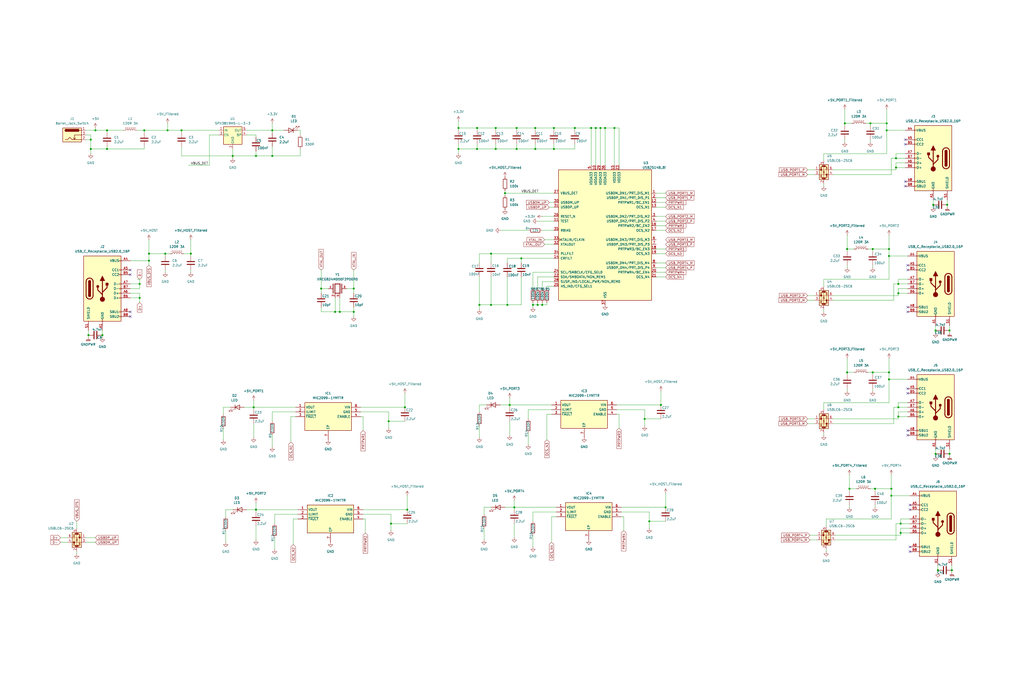
<source format=kicad_sch>
(kicad_sch (version 20231120) (generator "eeschema") (generator_version "8.0")
  (paper "User" 558.8 381)
  (title_block (title "USB-C HUB") (date "2025-05-21") (rev "V1.0") (company "XOINC"))
  (junction (at 48.26 182.88))
  (junction (at 485.14 135.89))
  (junction (at 267.97 138.43))
  (junction (at 322.58 69.85))
  (junction (at 250.19 69.85))
  (junction (at 463.55 266.7))
  (junction (at 518.16 247.65))
  (junction (at 327.66 69.85))
  (junction (at 354.33 284.48))
  (junction (at 91.44 71.12))
  (junction (at 302.26 81.28))
  (junction (at 55.88 182.88))
  (junction (at 516.89 111.76))
  (junction (at 280.67 276.86))
  (junction (at 509.27 111.76))
  (junction (at 351.79 228.6))
  (junction (at 281.94 81.28))
  (junction (at 220.98 222.25))
  (junction (at 295.91 166.37))
  (junction (at 58.42 71.12))
  (junction (at 488.95 91.44))
  (junction (at 148.59 71.12))
  (junction (at 139.7 278.13))
  (junction (at 462.28 203.2))
  (junction (at 99.06 71.12))
  (junction (at 510.54 180.34))
  (junction (at 250.19 81.28))
  (junction (at 81.28 138.43))
  (junction (at 483.87 71.12))
  (junction (at 76.2 162.56))
  (junction (at 488.95 86.36))
  (junction (at 148.59 85.09))
  (junction (at 78.74 71.12))
  (junction (at 486.41 266.7))
  (junction (at 49.53 81.28))
  (junction (at 267.97 166.37))
  (junction (at 261.62 166.37))
  (junction (at 290.83 166.37))
  (junction (at 519.43 311.15))
  (junction (at 182.88 170.18))
  (junction (at 138.43 222.25))
  (junction (at 483.87 67.31))
  (junction (at 213.36 285.75))
  (junction (at 511.81 311.15))
  (junction (at 193.04 157.48))
  (junction (at 270.51 81.28))
  (junction (at 485.14 207.01))
  (junction (at 486.41 270.51))
  (junction (at 58.42 81.28))
  (junction (at 462.28 135.89))
  (junction (at 127 85.09))
  (junction (at 222.25 278.13))
  (junction (at 490.22 160.02))
  (junction (at 281.94 69.85))
  (junction (at 490.22 154.94))
  (junction (at 212.09 229.87))
  (junction (at 477.52 266.7))
  (junction (at 292.1 69.85))
  (junction (at 104.14 138.43))
  (junction (at 278.13 220.98))
  (junction (at 330.2 69.85))
  (junction (at 474.98 67.31))
  (junction (at 193.04 170.18))
  (junction (at 335.28 69.85))
  (junction (at 476.25 203.2))
  (junction (at 485.14 139.7))
  (junction (at 325.12 69.85))
  (junction (at 49.53 76.2))
  (junction (at 52.07 71.12))
  (junction (at 490.22 227.33))
  (junction (at 260.35 81.28))
  (junction (at 490.22 222.25))
  (junction (at 360.68 220.98))
  (junction (at 81.28 142.24))
  (junction (at 175.26 157.48))
  (junction (at 302.26 69.85))
  (junction (at 293.37 166.37))
  (junction (at 510.54 247.65))
  (junction (at 491.49 285.75))
  (junction (at 491.49 290.83))
  (junction (at 270.51 69.85))
  (junction (at 461.01 67.31))
  (junction (at 276.86 166.37))
  (junction (at 485.14 203.2))
  (junction (at 275.59 105.41))
  (junction (at 139.7 85.09))
  (junction (at 284.48 140.97))
  (junction (at 76.2 154.94))
  (junction (at 518.16 180.34))
  (junction (at 185.42 170.18))
  (junction (at 90.17 138.43))
  (junction (at 260.35 69.85))
  (junction (at 292.1 81.28))
  (junction (at 363.22 276.86))
  (junction (at 476.25 135.89))
  (junction (at 313.69 69.85))
  (no_connect (at 71.12 147.32))
  (no_connect (at 496.57 298.45))
  (no_connect (at 495.3 167.64))
  (no_connect (at 495.3 234.95))
  (no_connect (at 495.3 170.18))
  (no_connect (at 495.3 237.49))
  (no_connect (at 71.12 172.72))
  (no_connect (at 71.12 149.86))
  (no_connect (at 496.57 275.59))
  (no_connect (at 494.03 78.74))
  (no_connect (at 496.57 278.13))
  (no_connect (at 495.3 212.09))
  (no_connect (at 495.3 147.32))
  (no_connect (at 71.12 170.18))
  (no_connect (at 495.3 144.78))
  (no_connect (at 494.03 99.06))
  (no_connect (at 494.03 101.6))
  (no_connect (at 495.3 214.63))
  (no_connect (at 496.57 300.99))
  (no_connect (at 494.03 76.2))
  (wire (pts (xy 293.37 165.1) (xy 293.37 166.37)))
  (wire (pts (xy 302.26 81.28) (xy 292.1 81.28)))
  (wire (pts (xy 212.09 229.87) (xy 220.98 229.87)))
  (wire (pts (xy 212.09 233.68) (xy 212.09 229.87)))
  (wire (pts (xy 139.7 274.32) (xy 139.7 278.13)))
  (wire (pts (xy 104.14 139.7) (xy 104.14 138.43)))
  (wire (pts (xy 90.17 147.32) (xy 90.17 148.59)))
  (wire (pts (xy 276.86 151.13) (xy 276.86 166.37)))
  (wire (pts (xy 198.12 227.33) (xy 196.85 227.33)))
  (wire (pts (xy 313.69 71.12) (xy 313.69 69.85)))
  (wire (pts (xy 281.94 71.12) (xy 281.94 69.85)))
  (wire (pts (xy 55.88 182.88) (xy 55.88 184.15)))
  (wire (pts (xy 336.55 220.98) (xy 360.68 220.98)))
  (wire (pts (xy 78.74 72.39) (xy 78.74 71.12)))
  (wire (pts (xy 125.73 222.25) (xy 121.92 222.25)))
  (wire (pts (xy 278.13 229.87) (xy 278.13 237.49)))
  (wire (pts (xy 461.01 68.58) (xy 461.01 67.31)))
  (wire (pts (xy 337.82 226.06) (xy 336.55 226.06)))
  (wire (pts (xy 127 278.13) (xy 123.19 278.13)))
  (wire (pts (xy 193.04 157.48) (xy 189.23 157.48)))
  (wire (pts (xy 78.74 80.01) (xy 78.74 81.28)))
  (wire (pts (xy 99.06 85.09) (xy 127 85.09)))
  (wire (pts (xy 99.06 80.01) (xy 99.06 85.09)))
  (wire (pts (xy 358.14 107.95) (xy 363.22 107.95)))
  (wire (pts (xy 49.53 83.82) (xy 49.53 81.28)))
  (wire (pts (xy 52.07 71.12) (xy 58.42 71.12)))
  (wire (pts (xy 90.17 139.7) (xy 90.17 138.43)))
  (wire (pts (xy 449.58 223.52) (xy 449.58 219.71)))
  (wire (pts (xy 193.04 160.02) (xy 193.04 157.48)))
  (wire (pts (xy 337.82 233.68) (xy 337.82 226.06)))
  (wire (pts (xy 297.18 133.35) (xy 302.26 133.35)))
  (wire (pts (xy 518.16 247.65) (xy 518.16 248.92)))
  (wire (pts (xy 476.25 203.2) (xy 473.71 203.2)))
  (wire (pts (xy 313.69 78.74) (xy 313.69 81.28)))
  (wire (pts (xy 199.39 290.83) (xy 199.39 283.21)))
  (wire (pts (xy 476.25 212.09) (xy 476.25 213.36)))
  (wire (pts (xy 76.2 162.56) (xy 76.2 165.1)))
  (wire (pts (xy 104.14 138.43) (xy 100.33 138.43)))
  (wire (pts (xy 477.52 275.59) (xy 477.52 276.86)))
  (wire (pts (xy 114.3 73.66) (xy 114.3 90.17)))
  (wire (pts (xy 267.97 151.13) (xy 267.97 166.37)))
  (wire (pts (xy 212.09 229.87) (xy 212.09 224.79)))
  (wire (pts (xy 295.91 125.73) (xy 302.26 125.73)))
  (wire (pts (xy 222.25 278.13) (xy 222.25 270.51)))
  (wire (pts (xy 360.68 220.98) (xy 360.68 213.36)))
  (wire (pts (xy 295.91 118.11) (xy 302.26 118.11)))
  (wire (pts (xy 213.36 289.56) (xy 213.36 285.75)))
  (wire (pts (xy 76.2 157.48) (xy 76.2 154.94)))
  (wire (pts (xy 81.28 130.81) (xy 81.28 138.43)))
  (wire (pts (xy 486.41 270.51) (xy 486.41 283.21)))
  (wire (pts (xy 261.62 232.41) (xy 261.62 238.76)))
  (wire (pts (xy 486.41 95.25) (xy 486.41 86.36)))
  (wire (pts (xy 351.79 228.6) (xy 360.68 228.6)))
  (wire (pts (xy 138.43 222.25) (xy 138.43 223.52)))
  (wire (pts (xy 298.45 156.21) (xy 302.26 156.21)))
  (wire (pts (xy 449.58 101.6) (xy 449.58 100.33)))
  (wire (pts (xy 495.3 222.25) (xy 490.22 222.25)))
  (wire (pts (xy 490.22 160.02) (xy 490.22 157.48)))
  (wire (pts (xy 139.7 287.02) (xy 139.7 294.64)))
  (wire (pts (xy 488.95 285.75) (xy 491.49 285.75)))
  (wire (pts (xy 160.02 283.21) (xy 162.56 283.21)))
  (wire (pts (xy 260.35 78.74) (xy 260.35 81.28)))
  (wire (pts (xy 52.07 69.85) (xy 52.07 71.12)))
  (wire (pts (xy 58.42 81.28) (xy 49.53 81.28)))
  (wire (pts (xy 58.42 71.12) (xy 67.31 71.12)))
  (wire (pts (xy 161.29 224.79) (xy 148.59 224.79)))
  (wire (pts (xy 340.36 289.56) (xy 340.36 281.94)))
  (wire (pts (xy 281.94 78.74) (xy 281.94 81.28)))
  (wire (pts (xy 196.85 222.25) (xy 220.98 222.25)))
  (wire (pts (xy 358.14 113.03) (xy 363.22 113.03)))
  (wire (pts (xy 250.19 81.28) (xy 260.35 81.28)))
  (wire (pts (xy 264.16 288.29) (xy 264.16 294.64)))
  (wire (pts (xy 488.95 294.64) (xy 488.95 285.75)))
  (wire (pts (xy 290.83 148.59) (xy 302.26 148.59)))
  (wire (pts (xy 441.96 294.64) (xy 445.77 294.64)))
  (wire (pts (xy 102.87 90.17) (xy 114.3 90.17)))
  (wire (pts (xy 363.22 276.86) (xy 363.22 269.24)))
  (wire (pts (xy 519.43 311.15) (xy 519.43 312.42)))
  (wire (pts (xy 440.69 95.25) (xy 444.5 95.25)))
  (wire (pts (xy 354.33 284.48) (xy 354.33 279.4)))
  (wire (pts (xy 302.26 69.85) (xy 292.1 69.85)))
  (wire (pts (xy 454.66 161.29) (xy 490.22 161.29)))
  (wire (pts (xy 220.98 222.25) (xy 220.98 214.63)))
  (wire (pts (xy 462.28 135.89) (xy 466.09 135.89)))
  (wire (pts (xy 139.7 278.13) (xy 139.7 279.4)))
  (wire (pts (xy 313.69 69.85) (xy 302.26 69.85)))
  (wire (pts (xy 265.43 220.98) (xy 261.62 220.98)))
  (wire (pts (xy 455.93 294.64) (xy 488.95 294.64)))
  (wire (pts (xy 510.54 247.65) (xy 510.54 248.92)))
  (wire (pts (xy 476.25 135.89) (xy 473.71 135.89)))
  (wire (pts (xy 358.14 110.49) (xy 363.22 110.49)))
  (wire (pts (xy 339.09 279.4) (xy 354.33 279.4)))
  (wire (pts (xy 491.49 285.75) (xy 491.49 283.21)))
  (wire (pts (xy 175.26 147.32) (xy 175.26 157.48)))
  (wire (pts (xy 55.88 180.34) (xy 55.88 182.88)))
  (wire (pts (xy 490.22 227.33) (xy 490.22 224.79)))
  (wire (pts (xy 295.91 166.37) (xy 293.37 166.37)))
  (wire (pts (xy 284.48 140.97) (xy 302.26 140.97)))
  (wire (pts (xy 149.86 280.67) (xy 149.86 285.75)))
  (wire (pts (xy 298.45 166.37) (xy 295.91 166.37)))
  (wire (pts (xy 290.83 157.48) (xy 290.83 148.59)))
  (wire (pts (xy 292.1 69.85) (xy 281.94 69.85)))
  (wire (pts (xy 496.57 283.21) (xy 491.49 283.21)))
  (wire (pts (xy 281.94 81.28) (xy 270.51 81.28)))
  (wire (pts (xy 52.07 293.37) (xy 46.99 293.37)))
  (wire (pts (xy 288.29 236.22) (xy 288.29 242.57)))
  (wire (pts (xy 71.12 154.94) (xy 76.2 154.94)))
  (wire (pts (xy 275.59 104.14) (xy 275.59 105.41)))
  (wire (pts (xy 175.26 167.64) (xy 175.26 170.18)))
  (wire (pts (xy 280.67 273.05) (xy 280.67 276.86)))
  (wire (pts (xy 71.12 142.24) (xy 81.28 142.24)))
  (wire (pts (xy 454.66 92.71) (xy 488.95 92.71)))
  (wire (pts (xy 518.16 177.8) (xy 518.16 180.34)))
  (wire (pts (xy 495.3 154.94) (xy 490.22 154.94)))
  (wire (pts (xy 299.72 113.03) (xy 302.26 113.03)))
  (wire (pts (xy 363.22 146.05) (xy 358.14 146.05)))
  (wire (pts (xy 516.89 109.22) (xy 516.89 111.76)))
  (wire (pts (xy 295.91 157.48) (xy 295.91 153.67)))
  (wire (pts (xy 495.3 219.71) (xy 490.22 219.71)))
  (wire (pts (xy 175.26 170.18) (xy 182.88 170.18)))
  (wire (pts (xy 71.12 162.56) (xy 76.2 162.56)))
  (wire (pts (xy 483.87 67.31) (xy 474.98 67.31)))
  (wire (pts (xy 336.55 223.52) (xy 351.79 223.52)))
  (wire (pts (xy 485.14 128.27) (xy 485.14 135.89)))
  (wire (pts (xy 127 81.28) (xy 127 85.09)))
  (wire (pts (xy 354.33 288.29) (xy 354.33 284.48)))
  (wire (pts (xy 495.3 160.02) (xy 490.22 160.02)))
  (wire (pts (xy 273.05 220.98) (xy 278.13 220.98)))
  (wire (pts (xy 487.68 231.14) (xy 487.68 222.25)))
  (wire (pts (xy 485.14 139.7) (xy 485.14 152.4)))
  (wire (pts (xy 485.14 135.89) (xy 476.25 135.89)))
  (wire (pts (xy 148.59 80.01) (xy 148.59 85.09)))
  (wire (pts (xy 33.02 295.91) (xy 36.83 295.91)))
  (wire (pts (xy 440.69 92.71) (xy 444.5 92.71)))
  (wire (pts (xy 273.05 125.73) (xy 288.29 125.73)))
  (wire (pts (xy 337.82 69.85) (xy 335.28 69.85)))
  (wire (pts (xy 293.37 120.65) (xy 302.26 120.65)))
  (wire (pts (xy 158.75 241.3) (xy 158.75 227.33)))
  (wire (pts (xy 261.62 138.43) (xy 267.97 138.43)))
  (wire (pts (xy 313.69 81.28) (xy 302.26 81.28)))
  (wire (pts (xy 163.83 73.66) (xy 163.83 71.12)))
  (wire (pts (xy 454.66 231.14) (xy 487.68 231.14)))
  (wire (pts (xy 485.14 139.7) (xy 485.14 135.89)))
  (wire (pts (xy 440.69 228.6) (xy 444.5 228.6)))
  (wire (pts (xy 298.45 226.06) (xy 300.99 226.06)))
  (wire (pts (xy 148.59 71.12) (xy 154.94 71.12)))
  (wire (pts (xy 510.54 177.8) (xy 510.54 180.34)))
  (wire (pts (xy 148.59 85.09) (xy 139.7 85.09)))
  (wire (pts (xy 138.43 231.14) (xy 138.43 238.76)))
  (wire (pts (xy 339.09 276.86) (xy 363.22 276.86)))
  (wire (pts (xy 302.26 78.74) (xy 302.26 81.28)))
  (wire (pts (xy 284.48 151.13) (xy 284.48 166.37)))
  (wire (pts (xy 474.98 67.31) (xy 472.44 67.31)))
  (wire (pts (xy 449.58 156.21) (xy 449.58 152.4)))
  (wire (pts (xy 276.86 166.37) (xy 284.48 166.37)))
  (wire (pts (xy 213.36 285.75) (xy 213.36 280.67)))
  (wire (pts (xy 148.59 67.31) (xy 148.59 71.12)))
  (wire (pts (xy 463.55 267.97) (xy 463.55 266.7)))
  (wire (pts (xy 295.91 165.1) (xy 295.91 166.37)))
  (wire (pts (xy 293.37 151.13) (xy 302.26 151.13)))
  (wire (pts (xy 491.49 292.1) (xy 491.49 290.83)))
  (wire (pts (xy 270.51 69.85) (xy 281.94 69.85)))
  (wire (pts (xy 454.66 95.25) (xy 486.41 95.25)))
  (wire (pts (xy 462.28 195.58) (xy 462.28 203.2)))
  (wire (pts (xy 49.53 81.28) (xy 49.53 76.2)))
  (wire (pts (xy 483.87 71.12) (xy 483.87 67.31)))
  (wire (pts (xy 276.86 140.97) (xy 284.48 140.97)))
  (wire (pts (xy 363.22 143.51) (xy 358.14 143.51)))
  (wire (pts (xy 335.28 69.85) (xy 335.28 90.17)))
  (wire (pts (xy 149.86 293.37) (xy 149.86 299.72)))
  (wire (pts (xy 486.41 86.36) (xy 488.95 86.36)))
  (wire (pts (xy 275.59 105.41) (xy 275.59 106.68)))
  (wire (pts (xy 483.87 59.69) (xy 483.87 67.31)))
  (wire (pts (xy 494.03 86.36) (xy 488.95 86.36)))
  (wire (pts (xy 455.93 292.1) (xy 491.49 292.1)))
  (wire (pts (xy 185.42 170.18) (xy 193.04 170.18)))
  (wire (pts (xy 298.45 165.1) (xy 298.45 166.37)))
  (wire (pts (xy 450.85 283.21) (xy 486.41 283.21)))
  (wire (pts (xy 330.2 69.85) (xy 327.66 69.85)))
  (wire (pts (xy 290.83 292.1) (xy 290.83 298.45)))
  (wire (pts (xy 46.99 73.66) (xy 49.53 73.66)))
  (wire (pts (xy 511.81 308.61) (xy 511.81 311.15)))
  (wire (pts (xy 278.13 217.17) (xy 278.13 220.98)))
  (wire (pts (xy 494.03 88.9) (xy 488.95 88.9)))
  (wire (pts (xy 41.91 302.26) (xy 41.91 300.99)))
  (wire (pts (xy 78.74 81.28) (xy 58.42 81.28)))
  (wire (pts (xy 260.35 71.12) (xy 260.35 69.85)))
  (wire (pts (xy 488.95 91.44) (xy 488.95 88.9)))
  (wire (pts (xy 487.68 163.83) (xy 487.68 154.94)))
  (wire (pts (xy 163.83 81.28) (xy 163.83 85.09)))
  (wire (pts (xy 449.58 83.82) (xy 483.87 83.82)))
  (wire (pts (xy 123.19 278.13) (xy 123.19 281.94)))
  (wire (pts (xy 322.58 69.85) (xy 322.58 90.17)))
  (wire (pts (xy 485.14 195.58) (xy 485.14 203.2)))
  (wire (pts (xy 49.53 76.2) (xy 46.99 76.2)))
  (wire (pts (xy 148.59 237.49) (xy 148.59 243.84)))
  (wire (pts (xy 175.26 160.02) (xy 175.26 157.48)))
  (wire (pts (xy 284.48 140.97) (xy 284.48 143.51)))
  (wire (pts (xy 509.27 109.22) (xy 509.27 111.76)))
  (wire (pts (xy 313.69 69.85) (xy 322.58 69.85)))
  (wire (pts (xy 123.19 289.56) (xy 123.19 295.91)))
  (wire (pts (xy 99.06 72.39) (xy 99.06 71.12)))
  (wire (pts (xy 454.66 228.6) (xy 490.22 228.6)))
  (wire (pts (xy 163.83 85.09) (xy 148.59 85.09)))
  (wire (pts (xy 48.26 182.88) (xy 48.26 184.15)))
  (wire (pts (xy 99.06 71.12) (xy 91.44 71.12)))
  (wire (pts (xy 121.92 233.68) (xy 121.92 240.03)))
  (wire (pts (xy 52.07 295.91) (xy 46.99 295.91)))
  (wire (pts (xy 76.2 162.56) (xy 76.2 160.02)))
  (wire (pts (xy 182.88 162.56) (xy 182.88 170.18)))
  (wire (pts (xy 264.16 276.86) (xy 264.16 280.67)))
  (wire (pts (xy 486.41 266.7) (xy 477.52 266.7)))
  (wire (pts (xy 477.52 267.97) (xy 477.52 266.7)))
  (wire (pts (xy 510.54 245.11) (xy 510.54 247.65)))
  (wire (pts (xy 327.66 69.85) (xy 327.66 90.17)))
  (wire (pts (xy 358.14 135.89) (xy 363.22 135.89)))
  (wire (pts (xy 476.25 137.16) (xy 476.25 135.89)))
  (wire (pts (xy 495.3 224.79) (xy 490.22 224.79)))
  (wire (pts (xy 280.67 285.75) (xy 280.67 293.37)))
  (wire (pts (xy 496.57 288.29) (xy 491.49 288.29)))
  (wire (pts (xy 449.58 152.4) (xy 485.14 152.4)))
  (wire (pts (xy 462.28 212.09) (xy 462.28 213.36)))
  (wire (pts (xy 199.39 283.21) (xy 198.12 283.21)))
  (wire (pts (xy 358.14 148.59) (xy 363.22 148.59)))
  (wire (pts (xy 509.27 111.76) (xy 509.27 113.03)))
  (wire (pts (xy 76.2 152.4) (xy 76.2 154.94)))
  (wire (pts (xy 496.57 285.75) (xy 491.49 285.75)))
  (wire (pts (xy 250.19 66.04) (xy 250.19 69.85)))
  (wire (pts (xy 48.26 180.34) (xy 48.26 182.88)))
  (wire (pts (xy 250.19 78.74) (xy 250.19 81.28)))
  (wire (pts (xy 292.1 81.28) (xy 281.94 81.28)))
  (wire (pts (xy 261.62 168.91) (xy 261.62 166.37)))
  (wire (pts (xy 91.44 71.12) (xy 78.74 71.12)))
  (wire (pts (xy 487.68 154.94) (xy 490.22 154.94)))
  (wire (pts (xy 511.81 311.15) (xy 511.81 312.42)))
  (wire (pts (xy 461.01 76.2) (xy 461.01 77.47)))
  (wire (pts (xy 250.19 69.85) (xy 260.35 69.85)))
  (wire (pts (xy 340.36 281.94) (xy 339.09 281.94)))
  (wire (pts (xy 496.57 270.51) (xy 486.41 270.51)))
  (wire (pts (xy 163.83 71.12) (xy 162.56 71.12)))
  (wire (pts (xy 198.12 280.67) (xy 213.36 280.67)))
  (wire (pts (xy 462.28 203.2) (xy 466.09 203.2)))
  (wire (pts (xy 490.22 154.94) (xy 490.22 152.4)))
  (wire (pts (xy 450.85 287.02) (xy 450.85 283.21)))
  (wire (pts (xy 261.62 220.98) (xy 261.62 224.79)))
  (wire (pts (xy 250.19 81.28) (xy 250.19 83.82)))
  (wire (pts (xy 476.25 144.78) (xy 476.25 146.05)))
  (wire (pts (xy 441.96 292.1) (xy 445.77 292.1)))
  (wire (pts (xy 261.62 166.37) (xy 267.97 166.37)))
  (wire (pts (xy 148.59 71.12) (xy 148.59 72.39)))
  (wire (pts (xy 104.14 130.81) (xy 104.14 138.43)))
  (wire (pts (xy 490.22 161.29) (xy 490.22 160.02)))
  (wire (pts (xy 358.14 151.13) (xy 363.22 151.13)))
  (wire (pts (xy 293.37 157.48) (xy 293.37 151.13)))
  (wire (pts (xy 358.14 125.73) (xy 363.22 125.73)))
  (wire (pts (xy 462.28 128.27) (xy 462.28 135.89)))
  (wire (pts (xy 474.98 68.58) (xy 474.98 67.31)))
  (wire (pts (xy 158.75 227.33) (xy 161.29 227.33)))
  (wire (pts (xy 298.45 240.03) (xy 298.45 226.06)))
  (wire (pts (xy 450.85 300.99) (xy 450.85 299.72)))
  (wire (pts (xy 290.83 167.64) (xy 290.83 166.37)))
  (wire (pts (xy 267.97 138.43) (xy 267.97 143.51)))
  (wire (pts (xy 486.41 270.51) (xy 486.41 266.7)))
  (wire (pts (xy 510.54 180.34) (xy 510.54 181.61)))
  (wire (pts (xy 300.99 295.91) (xy 300.99 281.94)))
  (wire (pts (xy 162.56 280.67) (xy 149.86 280.67)))
  (wire (pts (xy 139.7 85.09) (xy 127 85.09)))
  (wire (pts (xy 71.12 157.48) (xy 76.2 157.48)))
  (wire (pts (xy 290.83 166.37) (xy 290.83 165.1)))
  (wire (pts (xy 175.26 157.48) (xy 179.07 157.48)))
  (wire (pts (xy 490.22 222.25) (xy 490.22 219.71)))
  (wire (pts (xy 485.14 207.01) (xy 485.14 219.71)))
  (wire (pts (xy 440.69 163.83) (xy 444.5 163.83)))
  (wire (pts (xy 292.1 78.74) (xy 292.1 81.28)))
  (wire (pts (xy 185.42 162.56) (xy 185.42 170.18)))
  (wire (pts (xy 162.56 278.13) (xy 139.7 278.13)))
  (wire (pts (xy 276.86 143.51) (xy 276.86 140.97)))
  (wire (pts (xy 81.28 142.24) (xy 81.28 138.43)))
  (wire (pts (xy 494.03 71.12) (xy 483.87 71.12)))
  (wire (pts (xy 290.83 279.4) (xy 290.83 284.48)))
  (wire (pts (xy 99.06 71.12) (xy 119.38 71.12)))
  (wire (pts (xy 139.7 74.93) (xy 139.7 73.66)))
  (wire (pts (xy 261.62 151.13) (xy 261.62 166.37)))
  (wire (pts (xy 516.89 111.76) (xy 516.89 113.03)))
  (wire (pts (xy 81.28 138.43) (xy 90.17 138.43)))
  (wire (pts (xy 494.03 83.82) (xy 488.95 83.82)))
  (wire (pts (xy 49.53 73.66) (xy 49.53 76.2)))
  (wire (pts (xy 78.74 71.12) (xy 74.93 71.12)))
  (wire (pts (xy 81.28 142.24) (xy 81.28 144.78)))
  (wire (pts (xy 518.16 245.11) (xy 518.16 247.65)))
  (wire (pts (xy 358.14 138.43) (xy 363.22 138.43)))
  (wire (pts (xy 198.12 278.13) (xy 222.25 278.13)))
  (wire (pts (xy 477.52 266.7) (xy 474.98 266.7)))
  (wire (pts (xy 58.42 80.01) (xy 58.42 81.28)))
  (wire (pts (xy 298.45 157.48) (xy 298.45 156.21)))
  (wire (pts (xy 518.16 180.34) (xy 518.16 181.61)))
  (wire (pts (xy 134.62 73.66) (xy 139.7 73.66)))
  (wire (pts (xy 483.87 71.12) (xy 483.87 83.82)))
  (wire (pts (xy 462.28 144.78) (xy 462.28 146.05)))
  (wire (pts (xy 327.66 69.85) (xy 325.12 69.85)))
  (wire (pts (xy 297.18 130.81) (xy 302.26 130.81)))
  (wire (pts (xy 449.58 237.49) (xy 449.58 236.22)))
  (wire (pts (xy 474.98 76.2) (xy 474.98 77.47)))
  (wire (pts (xy 358.14 123.19) (xy 363.22 123.19)))
  (wire (pts (xy 495.3 152.4) (xy 490.22 152.4)))
  (wire (pts (xy 487.68 222.25) (xy 490.22 222.25)))
  (wire (pts (xy 463.55 266.7) (xy 467.36 266.7)))
  (wire (pts (xy 299.72 110.49) (xy 302.26 110.49)))
  (wire (pts (xy 330.2 69.85) (xy 330.2 90.17)))
  (wire (pts (xy 76.2 152.4) (xy 74.93 152.4)))
  (wire (pts (xy 335.28 69.85) (xy 330.2 69.85)))
  (wire (pts (xy 302.26 71.12) (xy 302.26 69.85)))
  (wire (pts (xy 33.02 293.37) (xy 36.83 293.37)))
  (wire (pts (xy 491.49 290.83) (xy 491.49 288.29)))
  (wire (pts (xy 293.37 166.37) (xy 290.83 166.37)))
  (wire (pts (xy 358.14 105.41) (xy 363.22 105.41)))
  (wire (pts (xy 270.51 81.28) (xy 260.35 81.28)))
  (wire (pts (xy 461.01 59.69) (xy 461.01 67.31)))
  (wire (pts (xy 193.04 170.18) (xy 193.04 172.72)))
  (wire (pts (xy 440.69 161.29) (xy 444.5 161.29)))
  (wire (pts (xy 476.25 204.47) (xy 476.25 203.2)))
  (wire (pts (xy 325.12 69.85) (xy 322.58 69.85)))
  (wire (pts (xy 91.44 67.31) (xy 91.44 71.12)))
  (wire (pts (xy 121.92 222.25) (xy 121.92 226.06)))
  (wire (pts (xy 496.57 290.83) (xy 491.49 290.83)))
  (wire (pts (xy 454.66 163.83) (xy 487.68 163.83)))
  (wire (pts (xy 300.99 220.98) (xy 278.13 220.98)))
  (wire (pts (xy 292.1 71.12) (xy 292.1 69.85)))
  (wire (pts (xy 198.12 234.95) (xy 198.12 227.33)))
  (wire (pts (xy 488.95 86.36) (xy 488.95 83.82)))
  (wire (pts (xy 494.03 91.44) (xy 488.95 91.44)))
  (wire (pts (xy 134.62 278.13) (xy 139.7 278.13)))
  (wire (pts (xy 267.97 138.43) (xy 302.26 138.43)))
  (wire (pts (xy 449.58 87.63) (xy 449.58 83.82)))
  (wire (pts (xy 270.51 71.12) (xy 270.51 69.85)))
  (wire (pts (xy 213.36 285.75) (xy 222.25 285.75)))
  (wire (pts (xy 58.42 72.39) (xy 58.42 71.12)))
  (wire (pts (xy 267.97 276.86) (xy 264.16 276.86)))
  (wire (pts (xy 134.62 71.12) (xy 148.59 71.12)))
  (wire (pts (xy 462.28 204.47) (xy 462.28 203.2)))
  (wire (pts (xy 519.43 308.61) (xy 519.43 311.15)))
  (wire (pts (xy 440.69 231.14) (xy 444.5 231.14)))
  (wire (pts (xy 495.3 227.33) (xy 490.22 227.33)))
  (wire (pts (xy 325.12 69.85) (xy 325.12 90.17)))
  (wire (pts (xy 275.59 105.41) (xy 302.26 105.41)))
  (wire (pts (xy 354.33 284.48) (xy 363.22 284.48)))
  (wire (pts (xy 90.17 138.43) (xy 92.71 138.43)))
  (wire (pts (xy 193.04 147.32) (xy 193.04 157.48)))
  (wire (pts (xy 267.97 166.37) (xy 276.86 166.37)))
  (wire (pts (xy 196.85 224.79) (xy 212.09 224.79)))
  (wire (pts (xy 41.91 284.48) (xy 41.91 288.29)))
  (wire (pts (xy 261.62 143.51) (xy 261.62 138.43)))
  (wire (pts (xy 148.59 224.79) (xy 148.59 229.87)))
  (wire (pts (xy 193.04 167.64) (xy 193.04 170.18)))
  (wire (pts (xy 133.35 222.25) (xy 138.43 222.25)))
  (wire (pts (xy 461.01 67.31) (xy 464.82 67.31)))
  (wire (pts (xy 463.55 259.08) (xy 463.55 266.7)))
  (wire (pts (xy 351.79 232.41) (xy 351.79 228.6)))
  (wire (pts (xy 288.29 223.52) (xy 288.29 228.6)))
  (wire (pts (xy 495.3 207.01) (xy 485.14 207.01)))
  (wire (pts (xy 363.22 118.11) (xy 358.14 118.11)))
  (wire (pts (xy 495.3 157.48) (xy 490.22 157.48)))
  (wire (pts (xy 278.13 220.98) (xy 278.13 222.25)))
  (wire (pts (xy 337.82 69.85) (xy 337.82 90.17)))
  (wire (pts (xy 486.41 259.08) (xy 486.41 266.7)))
  (wire (pts (xy 363.22 120.65) (xy 358.14 120.65)))
  (wire (pts (xy 160.02 297.18) (xy 160.02 283.21)))
  (wire (pts (xy 260.35 69.85) (xy 270.51 69.85)))
  (wire (pts (xy 490.22 228.6) (xy 490.22 227.33)))
  (wire (pts (xy 300.99 281.94) (xy 303.53 281.94)))
  (wire (pts (xy 182.88 170.18) (xy 185.42 170.18)))
  (wire (pts (xy 303.53 276.86) (xy 280.67 276.86)))
  (wire (pts (xy 485.14 203.2) (xy 476.25 203.2)))
  (wire (pts (xy 449.58 219.71) (xy 485.14 219.71)))
  (wire (pts (xy 495.3 139.7) (xy 485.14 139.7)))
  (wire (pts (xy 104.14 147.32) (xy 104.14 148.59)))
  (wire (pts (xy 300.99 223.52) (xy 288.29 223.52)))
  (wire (pts (xy 303.53 279.4) (xy 290.83 279.4)))
  (wire (pts (xy 46.99 71.12) (xy 52.07 71.12)))
  (wire (pts (xy 463.55 275.59) (xy 463.55 276.86)))
  (wire (pts (xy 71.12 160.02) (xy 76.2 160.02)))
  (wire (pts (xy 139.7 82.55) (xy 139.7 85.09)))
  (wire (pts (xy 119.38 73.66) (xy 114.3 73.66)))
  (wire (pts (xy 295.91 153.67) (xy 302.26 153.67)))
  (wire (pts (xy 161.29 222.25) (xy 138.43 222.25)))
  (wire (pts (xy 138.43 218.44) (xy 138.43 222.25)))
  (wire (pts (xy 270.51 78.74) (xy 270.51 81.28)))
  (wire (pts (xy 127 85.09) (xy 127 86.36)))
  (wire (pts (xy 351.79 228.6) (xy 351.79 223.52)))
  (wire (pts (xy 449.58 170.18) (xy 449.58 168.91)))
  (wire (pts (xy 275.59 276.86) (xy 280.67 276.86)))
  (wire (pts (xy 488.95 92.71) (xy 488.95 91.44)))
  (wire (pts (xy 280.67 276.86) (xy 280.67 278.13)))
  (wire (pts (xy 250.19 69.85) (xy 250.19 71.12)))
  (wire (pts (xy 462.28 137.16) (xy 462.28 135.89)))
  (wire (pts (xy 485.14 207.01) (xy 485.14 203.2)))
  (label "VBUS_DET" (at 104.14 90.17 0))
  (label "VBUS_DET" (at 284.48 105.41 0))
  (global_label "USB_PORT2_M" (shape input) (at 363.22 118.11 0) (property "Intersheetrefs" "${INTERSHEET_REFS}" (effects (hide yes))))
  (global_label "USB_PORT2_P" (shape input) (at 440.69 161.29 180) (property "Intersheetrefs" "${INTERSHEET_REFS}" (effects (hide yes))))
  (global_label "PRTPWR3" (shape input) (at 337.82 233.68 270) (property "Intersheetrefs" "${INTERSHEET_REFS}" (effects (hide yes))))
  (global_label "PRTPWR2" (shape input) (at 199.39 290.83 270) (property "Intersheetrefs" "${INTERSHEET_REFS}" (effects (hide yes))))
  (global_label "OCS_N4" (shape input) (at 300.99 295.91 270) (property "Intersheetrefs" "${INTERSHEET_REFS}" (effects (hide yes))))
  (global_label "VBUS_DTS" (shape input) (at 41.91 284.48 90) (property "Intersheetrefs" "${INTERSHEET_REFS}" (effects (hide yes))))
  (global_label "USB_PORT3_P" (shape input) (at 440.69 228.6 180) (property "Intersheetrefs" "${INTERSHEET_REFS}" (effects (hide yes))))
  (global_label "PRTPWR4" (shape input) (at 363.22 148.59 0) (property "Intersheetrefs" "${INTERSHEET_REFS}" (effects (hide yes))))
  (global_label "PRTPWR1" (shape input) (at 198.12 234.95 270) (property "Intersheetrefs" "${INTERSHEET_REFS}" (effects (hide yes))))
  (global_label "USB_PORT3_M" (shape input) (at 440.69 231.14 180) (property "Intersheetrefs" "${INTERSHEET_REFS}" (effects (hide yes))))
  (global_label "PRTPWR2" (shape input) (at 363.22 123.19 0) (property "Intersheetrefs" "${INTERSHEET_REFS}" (effects (hide yes))))
  (global_label "USB_PORT3_M" (shape input) (at 363.22 130.81 0) (property "Intersheetrefs" "${INTERSHEET_REFS}" (effects (hide yes))))
  (global_label "PRTPWR1" (shape input) (at 363.22 110.49 0) (property "Intersheetrefs" "${INTERSHEET_REFS}" (effects (hide yes))))
  (global_label "USBDP_UP" (shape input) (at 52.07 293.37 0) (property "Intersheetrefs" "${INTERSHEET_REFS}" (effects (hide yes))))
  (global_label "PRTPWR4" (shape input) (at 340.36 289.56 270) (property "Intersheetrefs" "${INTERSHEET_REFS}" (effects (hide yes))))
  (global_label "USB_PORT4_M" (shape input) (at 441.96 294.64 180) (property "Intersheetrefs" "${INTERSHEET_REFS}" (effects (hide yes))))
  (global_label "XTAL_IN" (shape input) (at 297.18 130.81 180) (property "Intersheetrefs" "${INTERSHEET_REFS}" (effects (hide yes))))
  (global_label "USB_PORT4_P" (shape input) (at 363.22 146.05 0) (property "Intersheetrefs" "${INTERSHEET_REFS}" (effects (hide yes))))
  (global_label "USBDP_UP" (shape input) (at 299.72 113.03 180) (property "Intersheetrefs" "${INTERSHEET_REFS}" (effects (hide yes))))
  (global_label "XTAL_OUT" (shape input) (at 175.26 147.32 90) (property "Intersheetrefs" "${INTERSHEET_REFS}" (effects (hide yes))))
  (global_label "VBUS_DTS" (shape input) (at 81.28 144.78 270) (property "Intersheetrefs" "${INTERSHEET_REFS}" (effects (hide yes))))
  (global_label "USB_PORT1_M" (shape input) (at 440.69 95.25 180) (property "Intersheetrefs" "${INTERSHEET_REFS}" (effects (hide yes))))
  (global_label "OCS_N4" (shape input) (at 363.22 151.13 0) (property "Intersheetrefs" "${INTERSHEET_REFS}" (effects (hide yes))))
  (global_label "OCS_N1" (shape input) (at 363.22 113.03 0) (property "Intersheetrefs" "${INTERSHEET_REFS}" (effects (hide yes))))
  (global_label "USB_PORT4_M" (shape input) (at 363.22 143.51 0) (property "Intersheetrefs" "${INTERSHEET_REFS}" (effects (hide yes))))
  (global_label "XTAL_OUT" (shape input) (at 297.18 133.35 180) (property "Intersheetrefs" "${INTERSHEET_REFS}" (effects (hide yes))))
  (global_label "XTAL_IN" (shape input) (at 193.04 147.32 90) (property "Intersheetrefs" "${INTERSHEET_REFS}" (effects (hide yes))))
  (global_label "PRTPWR3" (shape input) (at 363.22 135.89 0) (property "Intersheetrefs" "${INTERSHEET_REFS}" (effects (hide yes))))
  (global_label "USB_PORT4_P" (shape input) (at 441.96 292.1 180) (property "Intersheetrefs" "${INTERSHEET_REFS}" (effects (hide yes))))
  (global_label "D+" (shape input) (at 76.2 165.1 270) (property "Intersheetrefs" "${INTERSHEET_REFS}" (effects (hide yes))))
  (global_label "USBDM_UP" (shape input) (at 299.72 110.49 180) (property "Intersheetrefs" "${INTERSHEET_REFS}" (effects (hide yes))))
  (global_label "OCS_N2" (shape input) (at 363.22 125.73 0) (property "Intersheetrefs" "${INTERSHEET_REFS}" (effects (hide yes))))
  (global_label "D+" (shape input) (at 33.02 293.37 180) (property "Intersheetrefs" "${INTERSHEET_REFS}" (effects (hide yes))))
  (global_label "USBDM_UP" (shape input) (at 52.07 295.91 0) (property "Intersheetrefs" "${INTERSHEET_REFS}" (effects (hide yes))))
  (global_label "OCS_N3" (shape input) (at 298.45 240.03 270) (property "Intersheetrefs" "${INTERSHEET_REFS}" (effects (hide yes))))
  (global_label "USB_PORT1_M" (shape input) (at 363.22 105.41 0) (property "Intersheetrefs" "${INTERSHEET_REFS}" (effects (hide yes))))
  (global_label "USB_PORT2_M" (shape input) (at 440.69 163.83 180) (property "Intersheetrefs" "${INTERSHEET_REFS}" (effects (hide yes))))
  (global_label "OCS_N2" (shape input) (at 160.02 297.18 270) (property "Intersheetrefs" "${INTERSHEET_REFS}" (effects (hide yes))))
  (global_label "USB_PORT2_P" (shape input) (at 363.22 120.65 0) (property "Intersheetrefs" "${INTERSHEET_REFS}" (effects (hide yes))))
  (global_label "USB_PORT3_P" (shape input) (at 363.22 133.35 0) (property "Intersheetrefs" "${INTERSHEET_REFS}" (effects (hide yes))))
  (global_label "USB_PORT1_P" (shape input) (at 440.69 92.71 180) (property "Intersheetrefs" "${INTERSHEET_REFS}" (effects (hide yes))))
  (global_label "D-" (shape input) (at 33.02 295.91 180) (property "Intersheetrefs" "${INTERSHEET_REFS}" (effects (hide yes))))
  (global_label "OCS_N1" (shape input) (at 158.75 241.3 270) (property "Intersheetrefs" "${INTERSHEET_REFS}" (effects (hide yes))))
  (global_label "OCS_N3" (shape input) (at 363.22 138.43 0) (property "Intersheetrefs" "${INTERSHEET_REFS}" (effects (hide yes))))
  (global_label "D-" (shape input) (at 76.2 152.4 90) (property "Intersheetrefs" "${INTERSHEET_REFS}" (effects (hide yes))))
  (global_label "USB_PORT1_P" (shape input) (at 363.22 107.95 0) (property "Intersheetrefs" "${INTERSHEET_REFS}" (effects (hide yes))))
  (symbol (lib_id "Device:C") (at 78.74 76.2 0) (unit 1)
    (property "Reference" "C2" (at 82.55 74.9299 0) (effects (justify left)))
    (property "Value" "2.2uF" (at 82.55 77.4699 0) (effects (justify left)))
    (property "Footprint" "Capacitor_SMD:C_0603_1608Metric" (effects (hide yes)))
    (property "Description" "Unpolarized capacitor" (effects (hide yes)))
  )
  (symbol (lib_id "power:GND") (at 213.36 289.56 0) (unit 1)
    (property "Reference" "#PWR035" (effects (hide yes)))
    (property "Value" "GND" (at 213.36 294.64 0))
    (property "Description" "Power symbol creates a global label with name \"GND\" , ground" (effects (hide yes)))
  )
  (symbol (lib_id "power:GND") (at 138.43 238.76 0) (unit 1)
    (property "Reference" "#PWR027" (effects (hide yes)))
    (property "Value" "GND" (at 138.43 243.84 0))
    (property "Description" "Power symbol creates a global label with name \"GND\" , ground" (effects (hide yes)))
  )
  (symbol (lib_id "power:GND") (at 462.28 213.36 0) (mirror y) (unit 1)
    (property "Reference" "#PWR068" (effects (hide yes)))
    (property "Value" "GND" (at 462.28 218.44 0))
    (property "Description" "Power symbol creates a global label with name \"GND\" , ground" (effects (hide yes)))
  )
  (symbol (lib_id "Device:L_Ferrite") (at 469.9 135.89 270) (mirror x) (unit 1)
    (property "Reference" "L4" (at 469.9 129.54 90))
    (property "Value" "120R 3A" (at 469.9 132.08 90))
    (property "Footprint" "Inductor_SMD:L_0603_1608Metric" (effects (hide yes)))
    (property "Description" "Inductor with ferrite core" (effects (hide yes)))
  )
  (symbol (lib_id "Device:C") (at 363.22 280.67 0) (unit 1)
    (property "Reference" "C29" (at 363.728 278.384 0) (effects (justify left)))
    (property "Value" "2.2uF" (at 363.728 283.21 0) (effects (justify left)))
    (property "Footprint" "Capacitor_SMD:C_0603_1608Metric" (effects (hide yes)))
    (property "Description" "Unpolarized capacitor" (effects (hide yes)))
  )
  (symbol (lib_id "Device:C") (at 139.7 78.74 0) (unit 1)
    (property "Reference" "C5" (at 139.954 76.708 0) (effects (justify left)))
    (property "Value" "100nF" (at 140.462 80.772 0) (effects (justify left)))
    (property "Footprint" "Capacitor_SMD:C_0603_1608Metric" (effects (hide yes)))
    (property "Description" "Unpolarized capacitor" (effects (hide yes)))
  )
  (symbol (lib_id "power:GND") (at 179.07 240.03 0) (unit 1)
    (property "Reference" "#PWR028" (effects (hide yes)))
    (property "Value" "GND" (at 179.07 245.11 0))
    (property "Description" "Power symbol creates a global label with name \"GND\" , ground" (effects (hide yes)))
  )
  (symbol (lib_id "Device:C") (at 220.98 226.06 0) (unit 1)
    (property "Reference" "C22" (at 221.488 223.774 0) (effects (justify left)))
    (property "Value" "2.2uF" (at 221.488 228.6 0) (effects (justify left)))
    (property "Footprint" "Capacitor_SMD:C_0603_1608Metric" (effects (hide yes)))
    (property "Description" "Unpolarized capacitor" (effects (hide yes)))
  )
  (symbol (lib_id "Device:L_Ferrite") (at 71.12 71.12 90) (unit 1)
    (property "Reference" "L1" (at 71.12 64.77 90))
    (property "Value" "120R 3A" (at 71.12 67.31 90))
    (property "Footprint" "Inductor_SMD:L_0603_1608Metric" (effects (hide yes)))
    (property "Description" "Inductor with ferrite core" (effects (hide yes)))
  )
  (symbol (lib_id "power:GND") (at 476.25 146.05 0) (mirror y) (unit 1)
    (property "Reference" "#PWR062" (effects (hide yes)))
    (property "Value" "GND" (at 476.25 151.13 0))
    (property "Description" "Power symbol creates a global label with name \"GND\" , ground" (effects (hide yes)))
  )
  (symbol (lib_id "Device:C") (at 261.62 147.32 0) (unit 1)
    (property "Reference" "C17" (at 257.302 145.288 0) (effects (justify left)))
    (property "Value" "100nF" (at 255.778 149.606 0) (effects (justify left)))
    (property "Footprint" "Capacitor_SMD:C_0603_1608Metric" (effects (hide yes)))
    (property "Description" "Unpolarized capacitor" (effects (hide yes)))
  )
  (symbol (lib_id "Device:C") (at 260.35 74.93 0) (unit 1)
    (property "Reference" "C12" (at 260.604 72.898 0) (effects (justify left)))
    (property "Value" "100nF" (at 261.112 76.962 0) (effects (justify left)))
    (property "Footprint" "Capacitor_SMD:C_0603_1608Metric" (effects (hide yes)))
    (property "Description" "Unpolarized capacitor" (effects (hide yes)))
  )
  (symbol (lib_id "power:GND") (at 290.83 167.64 0) (unit 1)
    (property "Reference" "#PWR022" (effects (hide yes)))
    (property "Value" "GND" (at 290.83 172.72 0))
    (property "Description" "Power symbol creates a global label with name \"GND\" , ground" (effects (hide yes)))
  )
  (symbol (lib_id "ubs_hub:MIC2099-1YMTTR") (at 303.53 276.86 0) (unit 1)
    (property "Reference" "IC4" (at 321.31 269.24 0))
    (property "Value" "MIC2099-1YMTTR" (at 321.31 271.78 0))
    (property "Footprint" "customESP_Controller:MIC2099_SON50P160X160X60-7N-D" (effects (hide yes)))
    (property "Datasheet" "https://ww1.microchip.com/downloads/en/DeviceDoc/mic2095.pdf" (effects (hide yes)))
    (property "Description" "Power Switch/Driver 1:1 P-Channel 1.1A 6-TMLF (1.6x1.6)" (effects (hide yes)))
    (property "Height" "0.6" (effects (hide yes)))
    (property "Manufacturer_Name" "Microchip" (effects (hide yes)))
    (property "Manufacturer_Part_Number" "MIC2099-1YMTTR" (effects (hide yes)))
  )
  (symbol (lib_id "Device:C") (at 476.25 140.97 0) (mirror y) (unit 1)
    (property "Reference" "C34" (at 477.266 138.684 0) (effects (justify right)))
    (property "Value" "100uF" (at 477.012 143.51 0) (effects (justify right)))
    (property "Footprint" "Capacitor_SMD:C_0603_1608Metric" (effects (hide yes)))
    (property "Description" "Unpolarized capacitor" (effects (hide yes)))
  )
  (symbol (lib_id "power:+5V") (at 483.87 59.69 0) (mirror y) (unit 1)
    (property "Reference" "#PWR055" (effects (hide yes)))
    (property "Value" "+5V_PORT1" (at 483.87 54.61 0))
    (property "Description" "Power symbol creates a global label with name \"+5V\"" (effects (hide yes)))
  )
  (symbol (lib_id "power:GND") (at 193.04 172.72 0) (unit 1)
    (property "Reference" "#PWR020" (effects (hide yes)))
    (property "Value" "GND" (at 193.04 177.8 0))
    (property "Description" "Power symbol creates a global label with name \"GND\" , ground" (effects (hide yes)))
  )
  (symbol (lib_id "power:GND") (at 509.27 113.03 0) (mirror y) (unit 1)
    (property "Reference" "#PWR054" (effects (hide yes)))
    (property "Value" "GND" (at 509.27 118.11 0))
    (property "Description" "Power symbol creates a global label with name \"GND\" , ground" (effects (hide yes)))
  )
  (symbol (lib_id "power:GND") (at 180.34 295.91 0) (unit 1)
    (property "Reference" "#PWR034" (effects (hide yes)))
    (property "Value" "GND" (at 180.34 300.99 0))
    (property "Description" "Power symbol creates a global label with name \"GND\" , ground" (effects (hide yes)))
  )
  (symbol (lib_id "power:+5V") (at 485.14 195.58 0) (mirror y) (unit 1)
    (property "Reference" "#PWR070" (effects (hide yes)))
    (property "Value" "+5V_PORT3" (at 485.14 190.5 0))
    (property "Description" "Power symbol creates a global label with name \"+5V\"" (effects (hide yes)))
  )
  (symbol (lib_id "power:GND") (at 288.29 242.57 0) (unit 1)
    (property "Reference" "#PWR040" (effects (hide yes)))
    (property "Value" "GND" (at 288.29 247.65 0))
    (property "Description" "Power symbol creates a global label with name \"GND\" , ground" (effects (hide yes)))
  )
  (symbol (lib_id "power:GND") (at 261.62 168.91 0) (unit 1)
    (property "Reference" "#PWR018" (effects (hide yes)))
    (property "Value" "GND" (at 261.62 173.99 0))
    (property "Description" "Power symbol creates a global label with name \"GND\" , ground" (effects (hide yes)))
  )
  (symbol (lib_id "Device:C") (at 513.08 111.76 270) (mirror x) (unit 1)
    (property "Reference" "C30" (at 510.794 113.03 90))
    (property "Value" "4.7nF" (at 512.064 108.712 90))
    (property "Footprint" "Capacitor_SMD:C_0603_1608Metric" (effects (hide yes)))
    (property "Description" "Unpolarized capacitor" (effects (hide yes)))
  )
  (symbol (lib_id "Device:LED") (at 129.54 222.25 0) (unit 1)
    (property "Reference" "D2" (at 127.9525 215.9 0))
    (property "Value" "LED" (at 127.9525 218.44 0))
    (property "Footprint" "LED_SMD:LED_0603_1608Metric" (effects (hide yes)))
    (property "Description" "Light emitting diode" (effects (hide yes)))
  )
  (symbol (lib_id "Device:C") (at 139.7 283.21 0) (unit 1)
    (property "Reference" "C24" (at 140.208 280.924 0) (effects (justify left)))
    (property "Value" "2.2uF" (at 140.208 285.75 0) (effects (justify left)))
    (property "Footprint" "Capacitor_SMD:C_0603_1608Metric" (effects (hide yes)))
    (property "Description" "Unpolarized capacitor" (effects (hide yes)))
  )
  (symbol (lib_id "Device:C") (at 292.1 74.93 0) (unit 1)
    (property "Reference" "C11" (at 292.354 72.898 0) (effects (justify left)))
    (property "Value" "100nF" (at 292.862 76.962 0) (effects (justify left)))
    (property "Footprint" "Capacitor_SMD:C_0603_1608Metric" (effects (hide yes)))
    (property "Description" "Unpolarized capacitor" (effects (hide yes)))
  )
  (symbol (lib_id "Device:C") (at 99.06 76.2 0) (unit 1)
    (property "Reference" "C3" (at 102.87 74.9299 0) (effects (justify left)))
    (property "Value" "2.2uF" (at 102.87 77.4699 0) (effects (justify left)))
    (property "Footprint" "Capacitor_SMD:C_0603_1608Metric" (effects (hide yes)))
    (property "Description" "Unpolarized capacitor" (effects (hide yes)))
  )
  (symbol (lib_id "Device:R") (at 298.45 161.29 0) (unit 1)
    (property "Reference" "R5" (at 297.434 157.734 0) (effects (justify left)))
    (property "Value" "100k" (at 298.45 163.83 90) (effects (justify left)))
    (property "Footprint" "Resistor_SMD:R_0603_1608Metric" (effects (hide yes)))
    (property "Description" "Resistor" (effects (hide yes)))
  )
  (symbol (lib_id "power:GND") (at 49.53 83.82 0) (unit 1)
    (property "Reference" "#PWR01" (effects (hide yes)))
    (property "Value" "GND" (at 49.53 88.9 0))
    (property "Description" "Power symbol creates a global label with name \"GND\" , ground" (effects (hide yes)))
  )
  (symbol (lib_id "power:+3.3V") (at 91.44 67.31 0) (unit 1)
    (property "Reference" "#PWR04" (effects (hide yes)))
    (property "Value" "+5V_Filtered" (at 91.44 62.23 0))
    (property "Description" "Power symbol creates a global label with name \"+3.3V\"" (effects (hide yes)))
  )
  (symbol (lib_id "power:GND") (at 149.86 299.72 0) (unit 1)
    (property "Reference" "#PWR033" (effects (hide yes)))
    (property "Value" "GND" (at 149.86 304.8 0))
    (property "Description" "Power symbol creates a global label with name \"GND\" , ground" (effects (hide yes)))
  )
  (symbol (lib_id "power:GND") (at 290.83 298.45 0) (unit 1)
    (property "Reference" "#PWR047" (effects (hide yes)))
    (property "Value" "GND" (at 290.83 303.53 0))
    (property "Description" "Power symbol creates a global label with name \"GND\" , ground" (effects (hide yes)))
  )
  (symbol (lib_id "Power_Protection:USBLC6-2SC6") (at 449.58 228.6 0) (unit 1)
    (property "Reference" "U6" (at 451.2311 220.98 0) (effects (justify left)))
    (property "Value" "USBLC6-2SC6" (at 451.2311 223.52 0) (effects (justify left)))
    (property "Footprint" "Package_TO_SOT_SMD:SOT-23-6" (effects (hide yes)))
    (property "Datasheet" "https://www.st.com/resource/en/datasheet/usblc6-2.pdf" (effects (hide yes)))
    (property "Description" "Very low capacitance ESD protection diode, 2 data-line, SOT-23-6" (effects (hide yes)))
  )
  (symbol (lib_id "Device:C") (at 104.14 143.51 0) (unit 1)
    (property "Reference" "C7" (at 107.95 142.2399 0) (effects (justify left)))
    (property "Value" "2.2uF" (at 107.95 144.7799 0) (effects (justify left)))
    (property "Footprint" "Capacitor_SMD:C_0603_1608Metric" (effects (hide yes)))
    (property "Description" "Unpolarized capacitor" (effects (hide yes)))
  )
  (symbol (lib_id "power:+3.3V") (at 148.59 67.31 0) (unit 1)
    (property "Reference" "#PWR03" (effects (hide yes)))
    (property "Value" "+3.3V" (at 148.59 62.23 0))
    (property "Description" "Power symbol creates a global label with name \"+3.3V\"" (effects (hide yes)))
  )
  (symbol (lib_id "Device:C") (at 462.28 140.97 0) (mirror y) (unit 1)
    (property "Reference" "C33" (at 458.47 139.6999 0) (effects (justify left)))
    (property "Value" "2.2uF" (at 458.47 142.2399 0) (effects (justify left)))
    (property "Footprint" "Capacitor_SMD:C_0603_1608Metric" (effects (hide yes)))
    (property "Description" "Unpolarized capacitor" (effects (hide yes)))
  )
  (symbol (lib_id "power:GND") (at 474.98 77.47 0) (mirror y) (unit 1)
    (property "Reference" "#PWR056" (effects (hide yes)))
    (property "Value" "GND" (at 474.98 82.55 0))
    (property "Description" "Power symbol creates a global label with name \"GND\" , ground" (effects (hide yes)))
  )
  (symbol (lib_id "Device:C") (at 476.25 208.28 0) (mirror y) (unit 1)
    (property "Reference" "C37" (at 477.266 205.994 0) (effects (justify right)))
    (property "Value" "100uF" (at 477.012 210.82 0) (effects (justify right)))
    (property "Footprint" "Capacitor_SMD:C_0603_1608Metric" (effects (hide yes)))
    (property "Description" "Unpolarized capacitor" (effects (hide yes)))
  )
  (symbol (lib_id "Connector:Barrel_Jack_Switch") (at 39.37 73.66 0) (unit 1)
    (property "Reference" "J1" (at 39.37 64.77 0))
    (property "Value" "Barrel_Jack_Switch" (at 39.37 67.31 0))
    (property "Footprint" "customESP_Controller:694106301002_1" (effects (hide yes)))
    (property "Description" "DC Barrel Jack with an internal switch" (effects (hide yes)))
  )
  (symbol (lib_id "Device:LED") (at 271.78 276.86 0) (unit 1)
    (property "Reference" "D5" (at 270.1925 270.51 0))
    (property "Value" "LED" (at 270.1925 273.05 0))
    (property "Footprint" "LED_SMD:LED_0603_1608Metric" (effects (hide yes)))
    (property "Description" "Light emitting diode" (effects (hide yes)))
  )
  (symbol (lib_id "power:+3.3V") (at 220.98 214.63 0) (unit 1)
    (property "Reference" "#PWR023" (effects (hide yes)))
    (property "Value" "+5V_HOST_Filtered" (at 220.98 209.55 0))
    (property "Description" "Power symbol creates a global label with name \"+3.3V\"" (effects (hide yes)))
  )
  (symbol (lib_id "Device:R") (at 261.62 228.6 180) (unit 1)
    (property "Reference" "R13" (at 260.604 232.664 90))
    (property "Value" "330R" (at 261.62 228.6 90))
    (property "Footprint" "Resistor_SMD:R_0603_1608Metric" (effects (hide yes)))
    (property "Description" "Resistor" (effects (hide yes)))
  )
  (symbol (lib_id "power:+5V") (at 52.07 69.85 0) (unit 1)
    (property "Reference" "#PWR06" (effects (hide yes)))
    (property "Value" "+5V" (at 52.07 64.77 0))
    (property "Description" "Power symbol creates a global label with name \"+5V\"" (effects (hide yes)))
  )
  (symbol (lib_id "power:GND") (at 354.33 288.29 0) (unit 1)
    (property "Reference" "#PWR049" (effects (hide yes)))
    (property "Value" "GND" (at 354.33 293.37 0))
    (property "Description" "Power symbol creates a global label with name \"GND\" , ground" (effects (hide yes)))
  )
  (symbol (lib_id "power:GND") (at 275.59 114.3 0) (unit 1)
    (property "Reference" "#PWR015" (effects (hide yes)))
    (property "Value" "GND" (at 275.59 119.38 0))
    (property "Description" "Power symbol creates a global label with name \"GND\" , ground" (effects (hide yes)))
  )
  (symbol (lib_id "power:GNDPWR") (at 518.16 248.92 0) (mirror y) (unit 1)
    (property "Reference" "#PWR072" (effects (hide yes)))
    (property "Value" "GNDPWR" (at 518.287 252.73 0))
    (property "Description" "Power symbol creates a global label with name \"GNDPWR\" , global ground" (effects (hide yes)))
  )
  (symbol (lib_id "Device:C") (at 222.25 281.94 0) (unit 1)
    (property "Reference" "C25" (at 222.758 279.654 0) (effects (justify left)))
    (property "Value" "2.2uF" (at 222.758 284.48 0) (effects (justify left)))
    (property "Footprint" "Capacitor_SMD:C_0603_1608Metric" (effects (hide yes)))
    (property "Description" "Unpolarized capacitor" (effects (hide yes)))
  )
  (symbol (lib_id "Device:L_Ferrite") (at 469.9 203.2 270) (mirror x) (unit 1)
    (property "Reference" "L5" (at 469.9 196.85 90))
    (property "Value" "120R 3A" (at 469.9 199.39 90))
    (property "Footprint" "Inductor_SMD:L_0603_1608Metric" (effects (hide yes)))
    (property "Description" "Inductor with ferrite core" (effects (hide yes)))
  )
  (symbol (lib_id "power:GND") (at 55.88 184.15 0) (unit 1)
    (property "Reference" "#PWR05" (effects (hide yes)))
    (property "Value" "GND" (at 55.88 189.23 0))
    (property "Description" "Power symbol creates a global label with name \"GND\" , ground" (effects (hide yes)))
  )
  (symbol (lib_id "Power_Protection:USBLC6-2SC6") (at 450.85 292.1 0) (unit 1)
    (property "Reference" "U7" (at 452.5011 284.48 0) (effects (justify left)))
    (property "Value" "USBLC6-2SC6" (at 452.5011 287.02 0) (effects (justify left)))
    (property "Footprint" "Package_TO_SOT_SMD:SOT-23-6" (effects (hide yes)))
    (property "Datasheet" "https://www.st.com/resource/en/datasheet/usblc6-2.pdf" (effects (hide yes)))
    (property "Description" "Very low capacitance ESD protection diode, 2 data-line, SOT-23-6" (effects (hide yes)))
  )
  (symbol (lib_id "power:GND") (at 463.55 276.86 0) (mirror y) (unit 1)
    (property "Reference" "#PWR075" (effects (hide yes)))
    (property "Value" "GND" (at 463.55 281.94 0))
    (property "Description" "Power symbol creates a global label with name \"GND\" , ground" (effects (hide yes)))
  )
  (symbol (lib_id "Device:L_Ferrite") (at 471.17 266.7 270) (mirror x) (unit 1)
    (property "Reference" "L6" (at 471.17 260.35 90))
    (property "Value" "120R 3A" (at 471.17 262.89 90))
    (property "Footprint" "Inductor_SMD:L_0603_1608Metric" (effects (hide yes)))
    (property "Description" "Inductor with ferrite core" (effects (hide yes)))
  )
  (symbol (lib_id "power:GND") (at 139.7 294.64 0) (unit 1)
    (property "Reference" "#PWR032" (effects (hide yes)))
    (property "Value" "GND" (at 139.7 299.72 0))
    (property "Description" "Power symbol creates a global label with name \"GND\" , ground" (effects (hide yes)))
  )
  (symbol (lib_id "power:GNDPWR") (at 519.43 312.42 0) (mirror y) (unit 1)
    (property "Reference" "#PWR079" (effects (hide yes)))
    (property "Value" "GNDPWR" (at 519.557 316.23 0))
    (property "Description" "Power symbol creates a global label with name \"GNDPWR\" , global ground" (effects (hide yes)))
  )
  (symbol (lib_id "power:GND") (at 41.91 302.26 0) (unit 1)
    (property "Reference" "#PWR012" (effects (hide yes)))
    (property "Value" "GND" (at 41.91 307.34 0))
    (property "Description" "Power symbol creates a global label with name \"GND\" , ground" (effects (hide yes)))
  )
  (symbol (lib_id "Device:LED") (at 130.81 278.13 0) (unit 1)
    (property "Reference" "D3" (at 129.2225 271.78 0))
    (property "Value" "LED" (at 129.2225 274.32 0))
    (property "Footprint" "LED_SMD:LED_0603_1608Metric" (effects (hide yes)))
    (property "Description" "Light emitting diode" (effects (hide yes)))
  )
  (symbol (lib_id "power:GND") (at 278.13 237.49 0) (unit 1)
    (property "Reference" "#PWR039" (effects (hide yes)))
    (property "Value" "GND" (at 278.13 242.57 0))
    (property "Description" "Power symbol creates a global label with name \"GND\" , ground" (effects (hide yes)))
  )
  (symbol (lib_id "Device:C") (at 193.04 163.83 0) (unit 1)
    (property "Reference" "C20" (at 193.548 161.544 0) (effects (justify left)))
    (property "Value" "10pF" (at 193.548 166.37 0) (effects (justify left)))
    (property "Footprint" "Capacitor_SMD:C_0603_1608Metric" (effects (hide yes)))
    (property "Description" "Unpolarized capacitor" (effects (hide yes)))
  )
  (symbol (lib_id "Device:R") (at 288.29 232.41 180) (unit 1)
    (property "Reference" "R14" (at 287.274 236.474 90))
    (property "Value" "330R" (at 288.29 232.41 90))
    (property "Footprint" "Resistor_SMD:R_0603_1608Metric" (effects (hide yes)))
    (property "Description" "Resistor" (effects (hide yes)))
  )
  (symbol (lib_id "power:GNDPWR") (at 516.89 113.03 0) (mirror y) (unit 1)
    (property "Reference" "#PWR052" (effects (hide yes)))
    (property "Value" "GNDPWR" (at 517.017 116.84 0))
    (property "Description" "Power symbol creates a global label with name \"GNDPWR\" , global ground" (effects (hide yes)))
  )
  (symbol (lib_id "power:GND") (at 510.54 248.92 0) (mirror y) (unit 1)
    (property "Reference" "#PWR071" (effects (hide yes)))
    (property "Value" "GND" (at 510.54 254 0))
    (property "Description" "Power symbol creates a global label with name \"GND\" , ground" (effects (hide yes)))
  )
  (symbol (lib_id "power:GND") (at 261.62 238.76 0) (unit 1)
    (property "Reference" "#PWR037" (effects (hide yes)))
    (property "Value" "GND" (at 261.62 243.84 0))
    (property "Description" "Power symbol creates a global label with name \"GND\" , ground" (effects (hide yes)))
  )
  (symbol (lib_id "Connector:USB_C_Receptacle_USB2.0_16P") (at 509.27 86.36 0) (mirror y) (unit 1)
    (property "Reference" "J3" (at 509.27 63.5 0))
    (property "Value" "USB_C_Receptacle_USB2.0_16P" (at 509.27 66.04 0))
    (property "Footprint" "Connector_USB:USB_C_Receptacle_HRO_TYPE-C-31-M-12" (effects (hide yes)))
    (property "Datasheet" "https://www.usb.org/sites/default/files/documents/usb_type-c.zip" (effects (hide yes)))
    (property "Description" "USB 2.0-only 16P Type-C Receptacle connector" (effects (hide yes)))
  )
  (symbol (lib_id "power:+3.3V") (at 463.55 259.08 0) (mirror y) (unit 1)
    (property "Reference" "#PWR074" (effects (hide yes)))
    (property "Value" "+5V_PORT4_Filtered" (at 463.55 254 0))
    (property "Description" "Power symbol creates a global label with name \"+3.3V\"" (effects (hide yes)))
  )
  (symbol (lib_id "power:GND") (at 449.58 101.6 0) (unit 1)
    (property "Reference" "#PWR053" (effects (hide yes)))
    (property "Value" "GND" (at 449.58 106.68 0))
    (property "Description" "Power symbol creates a global label with name \"GND\" , ground" (effects (hide yes)))
  )
  (symbol (lib_id "ubs_hub:XRCGB24M000F2P00R0") (at 184.15 157.48 0) (unit 1)
    (property "Reference" "Y1" (at 184.15 149.86 0))
    (property "Value" "XRCGB24M000F2P00R0" (at 184.15 152.4 0))
    (property "Footprint" "customESP_Controller:OSC_XRCGB24M000F2P00R0" (effects (hide yes)))
    (property "PARTREV" "N/A" (effects (hide yes)))
    (property "MANUFACTURER" "Murata Electronics" (effects (hide yes)))
    (property "MAXIMUM_PACKAGE_HEIGHT" "0.7 mm" (effects (hide yes)))
    (property "STANDARD" "Manufacturer Recommendations" (effects (hide yes)))
  )
  (symbol (lib_id "ubs_hub:MIC2099-1YMTTR") (at 300.99 220.98 0) (unit 1)
    (property "Reference" "IC3" (at 318.77 213.36 0))
    (property "Value" "MIC2099-1YMTTR" (at 318.77 215.9 0))
    (property "Footprint" "customESP_Controller:MIC2099_SON50P160X160X60-7N-D" (effects (hide yes)))
    (property "Datasheet" "https://ww1.microchip.com/downloads/en/DeviceDoc/mic2095.pdf" (effects (hide yes)))
    (property "Description" "Power Switch/Driver 1:1 P-Channel 1.1A 6-TMLF (1.6x1.6)" (effects (hide yes)))
    (property "Height" "0.6" (effects (hide yes)))
    (property "Manufacturer_Name" "Microchip" (effects (hide yes)))
    (property "Manufacturer_Part_Number" "MIC2099-1YMTTR" (effects (hide yes)))
  )
  (symbol (lib_id "Device:C") (at 514.35 180.34 270) (mirror x) (unit 1)
    (property "Reference" "C35" (at 512.064 181.61 90))
    (property "Value" "4.7nF" (at 513.334 177.292 90))
    (property "Footprint" "Capacitor_SMD:C_0603_1608Metric" (effects (hide yes)))
    (property "Description" "Unpolarized capacitor" (effects (hide yes)))
  )
  (symbol (lib_id "Device:C") (at 313.69 74.93 0) (unit 1)
    (property "Reference" "C9" (at 313.944 72.898 0) (effects (justify left)))
    (property "Value" "100nF" (at 314.452 76.962 0) (effects (justify left)))
    (property "Footprint" "Capacitor_SMD:C_0603_1608Metric" (effects (hide yes)))
    (property "Description" "Unpolarized capacitor" (effects (hide yes)))
  )
  (symbol (lib_id "Power_Protection:USBLC6-2SC6") (at 41.91 293.37 0) (mirror y) (unit 1)
    (property "Reference" "U2" (at 40.2589 285.75 0) (effects (justify left)))
    (property "Value" "USBLC6-2SC6" (at 40.2589 288.29 0) (effects (justify left)))
    (property "Footprint" "Package_TO_SOT_SMD:SOT-23-6" (effects (hide yes)))
    (property "Datasheet" "https://www.st.com/resource/en/datasheet/usblc6-2.pdf" (effects (hide yes)))
    (property "Description" "Very low capacitance ESD protection diode, 2 data-line, SOT-23-6" (effects (hide yes)))
  )
  (symbol (lib_id "Device:R") (at 293.37 161.29 0) (unit 1)
    (property "Reference" "R7" (at 292.1 157.734 0) (effects (justify left)))
    (property "Value" "100k" (at 293.37 163.83 90) (effects (justify left)))
    (property "Footprint" "Resistor_SMD:R_0603_1608Metric" (effects (hide yes)))
    (property "Description" "Resistor" (effects (hide yes)))
  )
  (symbol (lib_id "Device:R") (at 123.19 285.75 180) (unit 1)
    (property "Reference" "R11" (at 122.174 289.814 90))
    (property "Value" "330R" (at 123.19 285.75 90))
    (property "Footprint" "Resistor_SMD:R_0603_1608Metric" (effects (hide yes)))
    (property "Description" "Resistor" (effects (hide yes)))
  )
  (symbol (lib_id "power:GND") (at 461.01 77.47 0) (mirror y) (unit 1)
    (property "Reference" "#PWR058" (effects (hide yes)))
    (property "Value" "GND" (at 461.01 82.55 0))
    (property "Description" "Power symbol creates a global label with name \"GND\" , ground" (effects (hide yes)))
  )
  (symbol (lib_id "power:GND") (at 273.05 125.73 270) (unit 1)
    (property "Reference" "#PWR019" (effects (hide yes)))
    (property "Value" "GND" (at 269.24 125.7299 90) (effects (justify right)))
    (property "Description" "Power symbol creates a global label with name \"GND\" , ground" (effects (hide yes)))
  )
  (symbol (lib_id "Device:C") (at 175.26 163.83 0) (unit 1)
    (property "Reference" "C21" (at 175.768 161.544 0) (effects (justify left)))
    (property "Value" "10pF" (at 175.768 166.37 0) (effects (justify left)))
    (property "Footprint" "Capacitor_SMD:C_0603_1608Metric" (effects (hide yes)))
    (property "Description" "Unpolarized capacitor" (effects (hide yes)))
  )
  (symbol (lib_id "power:GND") (at 148.59 243.84 0) (unit 1)
    (property "Reference" "#PWR025" (effects (hide yes)))
    (property "Value" "GND" (at 148.59 248.92 0))
    (property "Description" "Power symbol creates a global label with name \"GND\" , ground" (effects (hide yes)))
  )
  (symbol (lib_id "Device:C") (at 270.51 74.93 0) (unit 1)
    (property "Reference" "C13" (at 270.764 72.898 0) (effects (justify left)))
    (property "Value" "100nF" (at 271.272 76.962 0) (effects (justify left)))
    (property "Footprint" "Capacitor_SMD:C_0603_1608Metric" (effects (hide yes)))
    (property "Description" "Unpolarized capacitor" (effects (hide yes)))
  )
  (symbol (lib_id "Device:C") (at 52.07 182.88 90) (unit 1)
    (property "Reference" "C8" (at 54.356 184.15 90))
    (property "Value" "4.7nF" (at 53.086 179.832 90))
    (property "Footprint" "Capacitor_SMD:C_0603_1608Metric" (effects (hide yes)))
    (property "Description" "Unpolarized capacitor" (effects (hide yes)))
  )
  (symbol (lib_id "Device:R") (at 295.91 161.29 0) (unit 1)
    (property "Reference" "R6" (at 294.64 157.734 0) (effects (justify left)))
    (property "Value" "100k" (at 295.91 163.83 90) (effects (justify left)))
    (property "Footprint" "Resistor_SMD:R_0603_1608Metric" (effects (hide yes)))
    (property "Description" "Resistor" (effects (hide yes)))
  )
  (symbol (lib_id "power:GND") (at 462.28 146.05 0) (mirror y) (unit 1)
    (property "Reference" "#PWR061" (effects (hide yes)))
    (property "Value" "GND" (at 462.28 151.13 0))
    (property "Description" "Power symbol creates a global label with name \"GND\" , ground" (effects (hide yes)))
  )
  (symbol (lib_id "power:GND") (at 449.58 237.49 0) (unit 1)
    (property "Reference" "#PWR066" (effects (hide yes)))
    (property "Value" "GND" (at 449.58 242.57 0))
    (property "Description" "Power symbol creates a global label with name \"GND\" , ground" (effects (hide yes)))
  )
  (symbol (lib_id "Device:C") (at 138.43 227.33 0) (unit 1)
    (property "Reference" "C23" (at 138.938 225.044 0) (effects (justify left)))
    (property "Value" "2.2uF" (at 138.938 229.87 0) (effects (justify left)))
    (property "Footprint" "Capacitor_SMD:C_0603_1608Metric" (effects (hide yes)))
    (property "Description" "Unpolarized capacitor" (effects (hide yes)))
  )
  (symbol (lib_id "Device:L_Ferrite") (at 468.63 67.31 270) (mirror x) (unit 1)
    (property "Reference" "L3" (at 468.63 60.96 90))
    (property "Value" "120R 3A" (at 468.63 63.5 90))
    (property "Footprint" "Inductor_SMD:L_0603_1608Metric" (effects (hide yes)))
    (property "Description" "Inductor with ferrite core" (effects (hide yes)))
  )
  (symbol (lib_id "power:+5V") (at 486.41 259.08 0) (mirror y) (unit 1)
    (property "Reference" "#PWR077" (effects (hide yes)))
    (property "Value" "+5V_PORT4" (at 486.41 254 0))
    (property "Description" "Power symbol creates a global label with name \"+5V\"" (effects (hide yes)))
  )
  (symbol (lib_id "power:GNDPWR") (at 518.16 181.61 0) (mirror y) (unit 1)
    (property "Reference" "#PWR065" (effects (hide yes)))
    (property "Value" "GNDPWR" (at 518.287 185.42 0))
    (property "Description" "Power symbol creates a global label with name \"GNDPWR\" , global ground" (effects (hide yes)))
  )
  (symbol (lib_id "power:+3.3V") (at 275.59 96.52 0) (unit 1)
    (property "Reference" "#PWR016" (effects (hide yes)))
    (property "Value" "+5V_HOST_Filtered" (at 275.59 91.44 0))
    (property "Description" "Power symbol creates a global label with name \"+3.3V\"" (effects (hide yes)))
  )
  (symbol (lib_id "Device:R") (at 290.83 161.29 0) (unit 1)
    (property "Reference" "R8" (at 289.56 157.734 0) (effects (justify left)))
    (property "Value" "100k" (at 290.83 163.576 90) (effects (justify left)))
    (property "Footprint" "Resistor_SMD:R_0603_1608Metric" (effects (hide yes)))
    (property "Description" "Resistor" (effects (hide yes)))
  )
  (symbol (lib_id "Device:C") (at 281.94 74.93 0) (unit 1)
    (property "Reference" "C14" (at 282.194 72.898 0) (effects (justify left)))
    (property "Value" "100nF" (at 282.702 76.962 0) (effects (justify left)))
    (property "Footprint" "Capacitor_SMD:C_0603_1608Metric" (effects (hide yes)))
    (property "Description" "Unpolarized capacitor" (effects (hide yes)))
  )
  (symbol (lib_id "Device:C") (at 90.17 143.51 0) (unit 1)
    (property "Reference" "C6" (at 93.98 142.2399 0) (effects (justify left)))
    (property "Value" "2.2uF" (at 93.98 144.7799 0) (effects (justify left)))
    (property "Footprint" "Capacitor_SMD:C_0603_1608Metric" (effects (hide yes)))
    (property "Description" "Unpolarized capacitor" (effects (hide yes)))
  )
  (symbol (lib_id "power:GND") (at 321.31 294.64 0) (unit 1)
    (property "Reference" "#PWR048" (effects (hide yes)))
    (property "Value" "GND" (at 321.31 299.72 0))
    (property "Description" "Power symbol creates a global label with name \"GND\" , ground" (effects (hide yes)))
  )
  (symbol (lib_id "Connector:USB_C_Receptacle_USB2.0_16P") (at 511.81 285.75 0) (mirror y) (unit 1)
    (property "Reference" "J6" (at 511.81 262.89 0))
    (property "Value" "USB_C_Receptacle_USB2.0_16P" (at 511.81 265.43 0))
    (property "Footprint" "Connector_USB:USB_C_Receptacle_HRO_TYPE-C-31-M-12" (effects (hide yes)))
    (property "Datasheet" "https://www.usb.org/sites/default/files/documents/usb_type-c.zip" (effects (hide yes)))
    (property "Description" "USB 2.0-only 16P Type-C Receptacle connector" (effects (hide yes)))
  )
  (symbol (lib_id "power:+3.3V") (at 138.43 218.44 0) (unit 1)
    (property "Reference" "#PWR026" (effects (hide yes)))
    (property "Value" "+5V_PORT1" (at 138.43 213.36 0))
    (property "Description" "Power symbol creates a global label with name \"+3.3V\"" (effects (hide yes)))
  )
  (symbol (lib_id "Device:C") (at 461.01 72.39 0) (mirror y) (unit 1)
    (property "Reference" "C32" (at 457.2 71.1199 0) (effects (justify left)))
    (property "Value" "2.2uF" (at 457.2 73.6599 0) (effects (justify left)))
    (property "Footprint" "Capacitor_SMD:C_0603_1608Metric" (effects (hide yes)))
    (property "Description" "Unpolarized capacitor" (effects (hide yes)))
  )
  (symbol (lib_id "power:+3.3V") (at 222.25 270.51 0) (unit 1)
    (property "Reference" "#PWR036" (effects (hide yes)))
    (property "Value" "+5V_HOST_Filtered" (at 222.25 265.43 0))
    (property "Description" "Power symbol creates a global label with name \"+3.3V\"" (effects (hide yes)))
  )
  (symbol (lib_id "power:+3.3V") (at 462.28 195.58 0) (mirror y) (unit 1)
    (property "Reference" "#PWR067" (effects (hide yes)))
    (property "Value" "+5V_PORT3_Filtered" (at 462.28 190.5 0))
    (property "Description" "Power symbol creates a global label with name \"+3.3V\"" (effects (hide yes)))
  )
  (symbol (lib_id "Device:R") (at 163.83 77.47 0) (unit 1)
    (property "Reference" "R1" (at 166.37 76.1999 0) (effects (justify left)))
    (property "Value" "330R" (at 166.37 78.7399 0) (effects (justify left)))
    (property "Footprint" "Resistor_SMD:R_0603_1608Metric" (effects (hide yes)))
    (property "Description" "Resistor" (effects (hide yes)))
  )
  (symbol (lib_id "power:GND") (at 250.19 83.82 0) (unit 1)
    (property "Reference" "#PWR013" (effects (hide yes)))
    (property "Value" "GND" (at 250.19 88.9 0))
    (property "Description" "Power symbol creates a global label with name \"GND\" , ground" (effects (hide yes)))
  )
  (symbol (lib_id "power:GND") (at 477.52 276.86 0) (mirror y) (unit 1)
    (property "Reference" "#PWR076" (effects (hide yes)))
    (property "Value" "GND" (at 477.52 281.94 0))
    (property "Description" "Power symbol creates a global label with name \"GND\" , ground" (effects (hide yes)))
  )
  (symbol (lib_id "Device:C") (at 463.55 271.78 0) (mirror y) (unit 1)
    (property "Reference" "C39" (at 459.74 270.5099 0) (effects (justify left)))
    (property "Value" "2.2uF" (at 459.74 273.0499 0) (effects (justify left)))
    (property "Footprint" "Capacitor_SMD:C_0603_1608Metric" (effects (hide yes)))
    (property "Description" "Unpolarized capacitor" (effects (hide yes)))
  )
  (symbol (lib_id "power:+3.3V") (at 363.22 269.24 0) (unit 1)
    (property "Reference" "#PWR050" (effects (hide yes)))
    (property "Value" "+5V_HOST_Filtered" (at 363.22 264.16 0))
    (property "Description" "Power symbol creates a global label with name \"+3.3V\"" (effects (hide yes)))
  )
  (symbol (lib_id "Device:LED") (at 158.75 71.12 180) (unit 1)
    (property "Reference" "D1" (at 160.3375 63.5 0))
    (property "Value" "LED" (at 160.3375 66.04 0))
    (property "Footprint" "LED_SMD:LED_0603_1608Metric" (effects (hide yes)))
    (property "Description" "Light emitting diode" (effects (hide yes)))
  )
  (symbol (lib_id "ubs_hub:MIC2099-1YMTTR") (at 162.56 278.13 0) (unit 1)
    (property "Reference" "IC2" (at 180.34 270.51 0))
    (property "Value" "MIC2099-1YMTTR" (at 180.34 273.05 0))
    (property "Footprint" "customESP_Controller:MIC2099_SON50P160X160X60-7N-D" (effects (hide yes)))
    (property "Datasheet" "https://ww1.microchip.com/downloads/en/DeviceDoc/mic2095.pdf" (effects (hide yes)))
    (property "Description" "Power Switch/Driver 1:1 P-Channel 1.1A 6-TMLF (1.6x1.6)" (effects (hide yes)))
    (property "Height" "0.6" (effects (hide yes)))
    (property "Manufacturer_Name" "Microchip" (effects (hide yes)))
    (property "Manufacturer_Part_Number" "MIC2099-1YMTTR" (effects (hide yes)))
  )
  (symbol (lib_id "power:GND") (at 90.17 148.59 0) (unit 1)
    (property "Reference" "#PWR07" (effects (hide yes)))
    (property "Value" "GND" (at 90.17 153.67 0))
    (property "Description" "Power symbol creates a global label with name \"GND\" , ground" (effects (hide yes)))
  )
  (symbol (lib_id "power:+3.3V") (at 462.28 128.27 0) (mirror y) (unit 1)
    (property "Reference" "#PWR060" (effects (hide yes)))
    (property "Value" "+5V_PORT2_Filtered" (at 462.28 123.19 0))
    (property "Description" "Power symbol creates a global label with name \"+3.3V\"" (effects (hide yes)))
  )
  (symbol (lib_id "power:GND") (at 449.58 170.18 0) (unit 1)
    (property "Reference" "#PWR059" (effects (hide yes)))
    (property "Value" "GND" (at 449.58 175.26 0))
    (property "Description" "Power symbol creates a global label with name \"GND\" , ground" (effects (hide yes)))
  )
  (symbol (lib_id "Device:C") (at 474.98 72.39 0) (mirror y) (unit 1)
    (property "Reference" "C31" (at 475.996 70.104 0) (effects (justify right)))
    (property "Value" "100uF" (at 475.742 74.93 0) (effects (justify right)))
    (property "Footprint" "Capacitor_SMD:C_0603_1608Metric" (effects (hide yes)))
    (property "Description" "Unpolarized capacitor" (effects (hide yes)))
  )
  (symbol (lib_id "Interface_USB:USB2514B_Bi") (at 330.2 128.27 0) (unit 1)
    (property "Reference" "U3" (at 351.028 88.9 0) (effects (justify left)))
    (property "Value" "USB2514B_Bi" (at 350.52 91.44 0) (effects (justify left)))
    (property "Footprint" "Package_DFN_QFN:QFN-36-1EP_6x6mm_P0.5mm_EP3.7x3.7mm" (effects (hide yes)))
    (property "Datasheet" "http://ww1.microchip.com/downloads/en/DeviceDoc/00001692C.pdf" (effects (hide yes)))
    (property "Description" "USB 2.0 Hi-Speed Hub Controller" (effects (hide yes)))
  )
  (symbol (lib_id "Device:C") (at 360.68 224.79 0) (unit 1)
    (property "Reference" "C27" (at 361.188 222.504 0) (effects (justify left)))
    (property "Value" "2.2uF" (at 361.188 227.33 0) (effects (justify left)))
    (property "Footprint" "Capacitor_SMD:C_0603_1608Metric" (effects (hide yes)))
    (property "Description" "Unpolarized capacitor" (effects (hide yes)))
  )
  (symbol (lib_id "ubs_hub:MIC2099-1YMTTR") (at 161.29 222.25 0) (unit 1)
    (property "Reference" "IC1" (at 179.07 214.63 0))
    (property "Value" "MIC2099-1YMTTR" (at 179.07 217.17 0))
    (property "Footprint" "customESP_Controller:MIC2099_SON50P160X160X60-7N-D" (effects (hide yes)))
    (property "Datasheet" "https://ww1.microchip.com/downloads/en/DeviceDoc/mic2095.pdf" (effects (hide yes)))
    (property "Description" "Power Switch/Driver 1:1 P-Channel 1.1A 6-TMLF (1.6x1.6)" (effects (hide yes)))
    (property "Height" "0.6" (effects (hide yes)))
    (property "Manufacturer_Name" "Microchip" (effects (hide yes)))
    (property "Manufacturer_Part_Number" "MIC2099-1YMTTR" (effects (hide yes)))
  )
  (symbol (lib_id "Power_Protection:USBLC6-2SC6") (at 449.58 161.29 0) (unit 1)
    (property "Reference" "U4" (at 451.2311 153.67 0) (effects (justify left)))
    (property "Value" "USBLC6-2SC6" (at 451.2311 156.21 0) (effects (justify left)))
    (property "Footprint" "Package_TO_SOT_SMD:SOT-23-6" (effects (hide yes)))
    (property "Datasheet" "https://www.st.com/resource/en/datasheet/usblc6-2.pdf" (effects (hide yes)))
    (property "Description" "Very low capacitance ESD protection diode, 2 data-line, SOT-23-6" (effects (hide yes)))
  )
  (symbol (lib_id "Device:C") (at 148.59 76.2 0) (unit 1)
    (property "Reference" "C4" (at 152.4 74.9299 0) (effects (justify left)))
    (property "Value" "2.2uF" (at 152.4 77.4699 0) (effects (justify left)))
    (property "Footprint" "Capacitor_SMD:C_0603_1608Metric" (effects (hide yes)))
    (property "Description" "Unpolarized capacitor" (effects (hide yes)))
  )
  (symbol (lib_id "power:GND") (at 104.14 148.59 0) (unit 1)
    (property "Reference" "#PWR08" (effects (hide yes)))
    (property "Value" "GND" (at 104.14 153.67 0))
    (property "Description" "Power symbol creates a global label with name \"GND\" , ground" (effects (hide yes)))
  )
  (symbol (lib_id "Device:C") (at 276.86 147.32 0) (unit 1)
    (property "Reference" "C18" (at 277.622 145.288 0) (effects (justify left)))
    (property "Value" "100nF" (at 277.114 150.114 0) (effects (justify left)))
    (property "Footprint" "Capacitor_SMD:C_0603_1608Metric" (effects (hide yes)))
    (property "Description" "Unpolarized capacitor" (effects (hide yes)))
  )
  (symbol (lib_id "Device:C") (at 58.42 76.2 0) (unit 1)
    (property "Reference" "C1" (at 62.23 74.9299 0) (effects (justify left)))
    (property "Value" "2.2uF" (at 62.23 77.4699 0) (effects (justify left)))
    (property "Footprint" "Capacitor_SMD:C_0603_1608Metric" (effects (hide yes)))
    (property "Description" "Unpolarized capacitor" (effects (hide yes)))
  )
  (symbol (lib_id "Device:R") (at 275.59 100.33 0) (unit 1)
    (property "Reference" "R2" (at 278.13 99.0599 0) (effects (justify left)))
    (property "Value" "100k" (at 278.13 101.5999 0) (effects (justify left)))
    (property "Footprint" "Resistor_SMD:R_0603_1608Metric" (effects (hide yes)))
    (property "Description" "Resistor" (effects (hide yes)))
  )
  (symbol (lib_id "power:GND") (at 511.81 312.42 0) (mirror y) (unit 1)
    (property "Reference" "#PWR078" (effects (hide yes)))
    (property "Value" "GND" (at 511.81 317.5 0))
    (property "Description" "Power symbol creates a global label with name \"GND\" , ground" (effects (hide yes)))
  )
  (symbol (lib_id "Device:C") (at 278.13 226.06 0) (unit 1)
    (property "Reference" "C26" (at 278.638 223.774 0) (effects (justify left)))
    (property "Value" "2.2uF" (at 278.638 228.6 0) (effects (justify left)))
    (property "Footprint" "Capacitor_SMD:C_0603_1608Metric" (effects (hide yes)))
    (property "Description" "Unpolarized capacitor" (effects (hide yes)))
  )
  (symbol (lib_id "power:GND") (at 318.77 238.76 0) (unit 1)
    (property "Reference" "#PWR041" (effects (hide yes)))
    (property "Value" "GND" (at 318.77 243.84 0))
    (property "Description" "Power symbol creates a global label with name \"GND\" , ground" (effects (hide yes)))
  )
  (symbol (lib_id "Device:C") (at 477.52 271.78 0) (mirror y) (unit 1)
    (property "Reference" "C40" (at 478.536 269.494 0) (effects (justify right)))
    (property "Value" "100uF" (at 478.282 274.32 0) (effects (justify right)))
    (property "Footprint" "Capacitor_SMD:C_0603_1608Metric" (effects (hide yes)))
    (property "Description" "Unpolarized capacitor" (effects (hide yes)))
  )
  (symbol (lib_id "Device:C") (at 284.48 147.32 0) (unit 1)
    (property "Reference" "C19" (at 284.988 145.034 0) (effects (justify left)))
    (property "Value" "10nF" (at 284.988 149.86 0) (effects (justify left)))
    (property "Footprint" "Capacitor_SMD:C_0603_1608Metric" (effects (hide yes)))
    (property "Description" "Unpolarized capacitor" (effects (hide yes)))
  )
  (symbol (lib_id "power:GND") (at 293.37 120.65 270) (unit 1)
    (property "Reference" "#PWR017" (effects (hide yes)))
    (property "Value" "GND" (at 289.56 120.6499 90) (effects (justify right)))
    (property "Description" "Power symbol creates a global label with name \"GND\" , ground" (effects (hide yes)))
  )
  (symbol (lib_id "Regulator_Linear:SPX3819M5-L-3-3") (at 127 73.66 0) (unit 1)
    (property "Reference" "U1" (at 127 64.77 0))
    (property "Value" "SPX3819M5-L-3-3" (at 127 67.31 0))
    (property "Footprint" "Package_TO_SOT_SMD:SOT-23-5" (effects (hide yes)))
    (property "Datasheet" "https://www.exar.com/content/document.ashx?id=22106&languageid=1033&type=Datasheet&partnumber=SPX3819&filename=SPX3819.pdf&part=SPX3819" (effects (hide yes)))
    (property "Description" "500mA Low drop-out regulator, Fixed Output 3.3V, SOT-23-5" (effects (hide yes)))
  )
  (symbol (lib_id "power:+3.3V") (at 278.13 217.17 0) (unit 1)
    (property "Reference" "#PWR038" (effects (hide yes)))
    (property "Value" "+5V_PORT3" (at 278.13 212.09 0))
    (property "Description" "Power symbol creates a global label with name \"+3.3V\"" (effects (hide yes)))
  )
  (symbol (lib_id "power:+3.3V") (at 139.7 274.32 0) (unit 1)
    (property "Reference" "#PWR031" (effects (hide yes)))
    (property "Value" "+5V_PORT2" (at 139.7 269.24 0))
    (property "Description" "Power symbol creates a global label with name \"+3.3V\"" (effects (hide yes)))
  )
  (symbol (lib_id "power:+3.3V") (at 250.19 66.04 0) (unit 1)
    (property "Reference" "#PWR014" (effects (hide yes)))
    (property "Value" "+3.3V" (at 250.19 60.96 0))
    (property "Description" "Power symbol creates a global label with name \"+3.3V\"" (effects (hide yes)))
  )
  (symbol (lib_id "Connector:USB_C_Receptacle_USB2.0_16P") (at 510.54 154.94 0) (mirror y) (unit 1)
    (property "Reference" "J4" (at 510.54 132.08 0))
    (property "Value" "USB_C_Receptacle_USB2.0_16P" (at 510.54 134.62 0))
    (property "Footprint" "Connector_USB:USB_C_Receptacle_HRO_TYPE-C-31-M-12" (effects (hide yes)))
    (property "Datasheet" "https://www.usb.org/sites/default/files/documents/usb_type-c.zip" (effects (hide yes)))
    (property "Description" "USB 2.0-only 16P Type-C Receptacle connector" (effects (hide yes)))
  )
  (symbol (lib_id "power:GND") (at 123.19 295.91 0) (unit 1)
    (property "Reference" "#PWR030" (effects (hide yes)))
    (property "Value" "GND" (at 123.19 300.99 0))
    (property "Description" "Power symbol creates a global label with name \"GND\" , ground" (effects (hide yes)))
  )
  (symbol (lib_id "Device:C") (at 462.28 208.28 0) (mirror y) (unit 1)
    (property "Reference" "C36" (at 458.47 207.0099 0) (effects (justify left)))
    (property "Value" "2.2uF" (at 458.47 209.5499 0) (effects (justify left)))
    (property "Footprint" "Capacitor_SMD:C_0603_1608Metric" (effects (hide yes)))
    (property "Description" "Unpolarized capacitor" (effects (hide yes)))
  )
  (symbol (lib_id "Device:C") (at 515.62 311.15 270) (mirror x) (unit 1)
    (property "Reference" "C41" (at 513.334 312.42 90))
    (property "Value" "4.7nF" (at 514.604 308.102 90))
    (property "Footprint" "Capacitor_SMD:C_0603_1608Metric" (effects (hide yes)))
    (property "Description" "Unpolarized capacitor" (effects (hide yes)))
  )
  (symbol (lib_id "Device:L_Ferrite") (at 96.52 138.43 90) (unit 1)
    (property "Reference" "L2" (at 96.52 132.08 90))
    (property "Value" "120R 3A" (at 96.52 134.62 90))
    (property "Footprint" "Inductor_SMD:L_0603_1608Metric" (effects (hide yes)))
    (property "Description" "Inductor with ferrite core" (effects (hide yes)))
  )
  (symbol (lib_id "Device:R") (at 148.59 233.68 180) (unit 1)
    (property "Reference" "R9" (at 147.574 237.744 90))
    (property "Value" "330R" (at 148.59 233.68 90))
    (property "Footprint" "Resistor_SMD:R_0603_1608Metric" (effects (hide yes)))
    (property "Description" "Resistor" (effects (hide yes)))
  )
  (symbol (lib_id "Device:C") (at 267.97 147.32 0) (unit 1)
    (property "Reference" "C16" (at 268.478 145.034 0) (effects (justify left)))
    (property "Value" "10nF" (at 268.478 149.86 0) (effects (justify left)))
    (property "Footprint" "Capacitor_SMD:C_0603_1608Metric" (effects (hide yes)))
    (property "Description" "Unpolarized capacitor" (effects (hide yes)))
  )
  (symbol (lib_id "Device:R") (at 292.1 125.73 90) (unit 1)
    (property "Reference" "R4" (at 288.036 124.714 90))
    (property "Value" "12k" (at 292.1 125.73 90))
    (property "Footprint" "Resistor_SMD:R_0603_1608Metric" (effects (hide yes)))
    (property "Description" "Resistor" (effects (hide yes)))
  )
  (symbol (lib_id "Device:C") (at 280.67 281.94 0) (unit 1)
    (property "Reference" "C28" (at 281.178 279.654 0) (effects (justify left)))
    (property "Value" "2.2uF" (at 281.178 284.48 0) (effects (justify left)))
    (property "Footprint" "Capacitor_SMD:C_0603_1608Metric" (effects (hide yes)))
    (property "Description" "Unpolarized capacitor" (effects (hide yes)))
  )
  (symbol (lib_id "power:GND") (at 510.54 181.61 0) (mirror y) (unit 1)
    (property "Reference" "#PWR064" (effects (hide yes)))
    (property "Value" "GND" (at 510.54 186.69 0))
    (property "Description" "Power symbol creates a global label with name \"GND\" , ground" (effects (hide yes)))
  )
  (symbol (lib_id "power:GND") (at 212.09 233.68 0) (unit 1)
    (property "Reference" "#PWR024" (effects (hide yes)))
    (property "Value" "GND" (at 212.09 238.76 0))
    (property "Description" "Power symbol creates a global label with name \"GND\" , ground" (effects (hide yes)))
  )
  (symbol (lib_id "Device:LED") (at 269.24 220.98 0) (unit 1)
    (property "Reference" "D4" (at 267.6525 214.63 0))
    (property "Value" "LED" (at 267.6525 217.17 0))
    (property "Footprint" "LED_SMD:LED_0603_1608Metric" (effects (hide yes)))
    (property "Description" "Light emitting diode" (effects (hide yes)))
  )
  (symbol (lib_id "power:+3.3V") (at 295.91 118.11 90) (unit 1)
    (property "Reference" "#PWR051" (effects (hide yes)))
    (property "Value" "+3.3V" (at 292.1 118.1099 90) (effects (justify left)))
    (property "Description" "Power symbol creates a global label with name \"+3.3V\"" (effects (hide yes)))
  )
  (symbol (lib_id "Device:R") (at 290.83 288.29 180) (unit 1)
    (property "Reference" "R16" (at 289.814 292.354 90))
    (property "Value" "330R" (at 290.83 288.29 90))
    (property "Footprint" "Resistor_SMD:R_0603_1608Metric" (effects (hide yes)))
    (property "Description" "Resistor" (effects (hide yes)))
  )
  (symbol (lib_id "power:+5V") (at 485.14 128.27 0) (mirror y) (unit 1)
    (property "Reference" "#PWR063" (effects (hide yes)))
    (property "Value" "+5V_PORT2" (at 485.14 123.19 0))
    (property "Description" "Power symbol creates a global label with name \"+5V\"" (effects (hide yes)))
  )
  (symbol (lib_id "power:GND") (at 121.92 240.03 0) (unit 1)
    (property "Reference" "#PWR029" (effects (hide yes)))
    (property "Value" "GND" (at 121.92 245.11 0))
    (property "Description" "Power symbol creates a global label with name \"GND\" , ground" (effects (hide yes)))
  )
  (symbol (lib_id "Device:R") (at 121.92 229.87 180) (unit 1)
    (property "Reference" "R10" (at 120.904 233.934 90))
    (property "Value" "330R" (at 121.92 229.87 90))
    (property "Footprint" "Resistor_SMD:R_0603_1608Metric" (effects (hide yes)))
    (property "Description" "Resistor" (effects (hide yes)))
  )
  (symbol (lib_id "power:+3.3V") (at 461.01 59.69 0) (mirror y) (unit 1)
    (property "Reference" "#PWR057" (effects (hide yes)))
    (property "Value" "+5V_PORT1_Filtered" (at 461.01 54.61 0))
    (property "Description" "Power symbol creates a global label with name \"+3.3V\"" (effects (hide yes)))
  )
  (symbol (lib_id "Connector:USB_C_Receptacle_USB2.0_16P") (at 510.54 222.25 0) (mirror y) (unit 1)
    (property "Reference" "J5" (at 510.54 199.39 0))
    (property "Value" "USB_C_Receptacle_USB2.0_16P" (at 510.54 201.93 0))
    (property "Footprint" "Connector_USB:USB_C_Receptacle_HRO_TYPE-C-31-M-12" (effects (hide yes)))
    (property "Datasheet" "https://www.usb.org/sites/default/files/documents/usb_type-c.zip" (effects (hide yes)))
    (property "Description" "USB 2.0-only 16P Type-C Receptacle connector" (effects (hide yes)))
  )
  (symbol (lib_id "power:+3.3V") (at 104.14 130.81 0) (unit 1)
    (property "Reference" "#PWR010" (effects (hide yes)))
    (property "Value" "+5V_HOST_Filtered" (at 104.14 125.73 0))
    (property "Description" "Power symbol creates a global label with name \"+3.3V\"" (effects (hide yes)))
  )
  (symbol (lib_id "Power_Protection:USBLC6-2SC6") (at 449.58 92.71 0) (unit 1)
    (property "Reference" "U5" (at 451.2311 85.09 0) (effects (justify left)))
    (property "Value" "USBLC6-2SC6" (at 451.2311 87.63 0) (effects (justify left)))
    (property "Footprint" "Package_TO_SOT_SMD:SOT-23-6" (effects (hide yes)))
    (property "Datasheet" "https://www.st.com/resource/en/datasheet/usblc6-2.pdf" (effects (hide yes)))
    (property "Description" "Very low capacitance ESD protection diode, 2 data-line, SOT-23-6" (effects (hide yes)))
  )
  (symbol (lib_id "power:GND") (at 280.67 293.37 0) (unit 1)
    (property "Reference" "#PWR046" (effects (hide yes)))
    (property "Value" "GND" (at 280.67 298.45 0))
    (property "Description" "Power symbol creates a global label with name \"GND\" , ground" (effects (hide yes)))
  )
  (symbol (lib_id "power:+5V") (at 81.28 130.81 0) (unit 1)
    (property "Reference" "#PWR09" (effects (hide yes)))
    (property "Value" "+5V_HOST" (at 81.28 125.73 0))
    (property "Description" "Power symbol creates a global label with name \"+5V\"" (effects (hide yes)))
  )
  (symbol (lib_id "Device:R") (at 264.16 284.48 180) (unit 1)
    (property "Reference" "R15" (at 263.144 288.544 90))
    (property "Value" "330R" (at 264.16 284.48 90))
    (property "Footprint" "Resistor_SMD:R_0603_1608Metric" (effects (hide yes)))
    (property "Description" "Resistor" (effects (hide yes)))
  )
  (symbol (lib_id "Device:R") (at 275.59 110.49 0) (unit 1)
    (property "Reference" "R3" (at 278.13 109.2199 0) (effects (justify left)))
    (property "Value" "100k" (at 278.13 111.7599 0) (effects (justify left)))
    (property "Footprint" "Resistor_SMD:R_0603_1608Metric" (effects (hide yes)))
    (property "Description" "Resistor" (effects (hide yes)))
  )
  (symbol (lib_id "power:GNDPWR") (at 48.26 184.15 0) (unit 1)
    (property "Reference" "#PWR011" (effects (hide yes)))
    (property "Value" "GNDPWR" (at 48.133 187.96 0))
    (property "Description" "Power symbol creates a global label with name \"GNDPWR\" , global ground" (effects (hide yes)))
  )
  (symbol (lib_id "power:GND") (at 330.2 166.37 0) (unit 1)
    (property "Reference" "#PWR021" (effects (hide yes)))
    (property "Value" "GND" (at 330.2 171.45 0))
    (property "Description" "Power symbol creates a global label with name \"GND\" , ground" (effects (hide yes)))
  )
  (symbol (lib_id "power:+3.3V") (at 280.67 273.05 0) (unit 1)
    (property "Reference" "#PWR045" (effects (hide yes)))
    (property "Value" "+5V_PORT4" (at 280.67 267.97 0))
    (property "Description" "Power symbol creates a global label with name \"+3.3V\"" (effects (hide yes)))
  )
  (symbol (lib_id "Device:C") (at 302.26 74.93 0) (unit 1)
    (property "Reference" "C10" (at 302.514 72.898 0) (effects (justify left)))
    (property "Value" "100nF" (at 303.022 76.962 0) (effects (justify left)))
    (property "Footprint" "Capacitor_SMD:C_0603_1608Metric" (effects (hide yes)))
    (property "Description" "Unpolarized capacitor" (effects (hide yes)))
  )
  (symbol (lib_id "power:+3.3V") (at 360.68 213.36 0) (unit 1)
    (property "Reference" "#PWR043" (effects (hide yes)))
    (property "Value" "+5V_HOST_Filtered" (at 360.68 208.28 0))
    (property "Description" "Power symbol creates a global label with name \"+3.3V\"" (effects (hide yes)))
  )
  (symbol (lib_id "power:GND") (at 476.25 213.36 0) (mirror y) (unit 1)
    (property "Reference" "#PWR069" (effects (hide yes)))
    (property "Value" "GND" (at 476.25 218.44 0))
    (property "Description" "Power symbol creates a global label with name \"GND\" , ground" (effects (hide yes)))
  )
  (symbol (lib_id "Connector:USB_C_Receptacle_USB2.0_16P") (at 55.88 157.48 0) (unit 1)
    (property "Reference" "J2" (at 55.88 134.62 0))
    (property "Value" "USB_C_Receptacle_USB2.0_16P" (at 55.88 137.16 0))
    (property "Footprint" "Connector_USB:USB_C_Receptacle_HRO_TYPE-C-31-M-12" (effects (hide yes)))
    (property "Datasheet" "https://www.usb.org/sites/default/files/documents/usb_type-c.zip" (effects (hide yes)))
    (property "Description" "USB 2.0-only 16P Type-C Receptacle connector" (effects (hide yes)))
  )
  (symbol (lib_id "power:GND") (at 351.79 232.41 0) (unit 1)
    (property "Reference" "#PWR042" (effects (hide yes)))
    (property "Value" "GND" (at 351.79 237.49 0))
    (property "Description" "Power symbol creates a global label with name \"GND\" , ground" (effects (hide yes)))
  )
  (symbol (lib_id "Device:R") (at 149.86 289.56 180) (unit 1)
    (property "Reference" "R12" (at 148.844 293.624 90))
    (property "Value" "330R" (at 149.86 289.56 90))
    (property "Footprint" "Resistor_SMD:R_0603_1608Metric" (effects (hide yes)))
    (property "Description" "Resistor" (effects (hide yes)))
  )
  (symbol (lib_id "power:GND") (at 127 86.36 0) (unit 1)
    (property "Reference" "#PWR02" (effects (hide yes)))
    (property "Value" "GND" (at 127 91.44 0))
    (property "Description" "Power symbol creates a global label with name \"GND\" , ground" (effects (hide yes)))
  )
  (symbol (lib_id "power:GND") (at 450.85 300.99 0) (unit 1)
    (property "Reference" "#PWR073" (effects (hide yes)))
    (property "Value" "GND" (at 450.85 306.07 0))
    (property "Description" "Power symbol creates a global label with name \"GND\" , ground" (effects (hide yes)))
  )
  (symbol (lib_id "power:GND") (at 264.16 294.64 0) (unit 1)
    (property "Reference" "#PWR044" (effects (hide yes)))
    (property "Value" "GND" (at 264.16 299.72 0))
    (property "Description" "Power symbol creates a global label with name \"GND\" , ground" (effects (hide yes)))
  )
  (symbol (lib_id "Device:C") (at 514.35 247.65 270) (mirror x) (unit 1)
    (property "Reference" "C38" (at 512.064 248.92 90))
    (property "Value" "4.7nF" (at 513.334 244.602 90))
    (property "Footprint" "Capacitor_SMD:C_0603_1608Metric" (effects (hide yes)))
    (property "Description" "Unpolarized capacitor" (effects (hide yes)))
  )
  (symbol (lib_id "Device:C") (at 250.19 74.93 0) (unit 1)
    (property "Reference" "C15" (at 250.444 72.898 0) (effects (justify left)))
    (property "Value" "2.2uF" (at 250.952 76.962 0) (effects (justify left)))
    (property "Footprint" "Capacitor_SMD:C_0603_1608Metric" (effects (hide yes)))
    (property "Description" "Unpolarized capacitor" (effects (hide yes)))
  )
)
</source>
